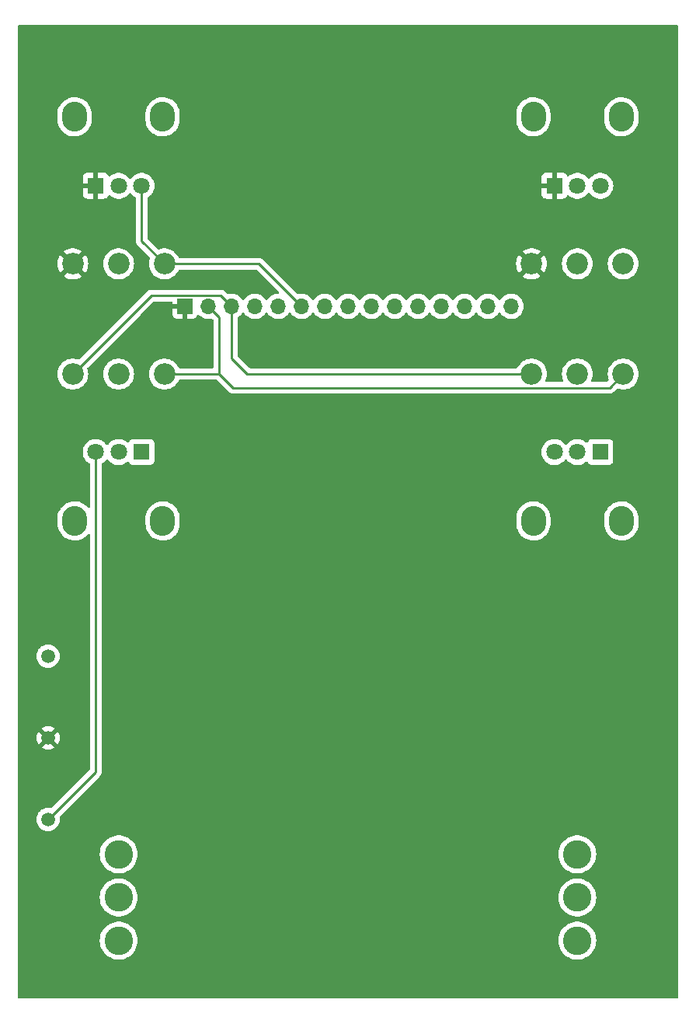
<source format=gbl>
G04 #@! TF.GenerationSoftware,KiCad,Pcbnew,7.0.0-rc2-unknown-90e759e738~164~ubuntu22.04.1*
G04 #@! TF.CreationDate,2023-02-04T08:16:59-05:00*
G04 #@! TF.ProjectId,dualvca_b2,6475616c-7663-4615-9f62-322e6b696361,rev?*
G04 #@! TF.SameCoordinates,Original*
G04 #@! TF.FileFunction,Copper,L2,Bot*
G04 #@! TF.FilePolarity,Positive*
%FSLAX46Y46*%
G04 Gerber Fmt 4.6, Leading zero omitted, Abs format (unit mm)*
G04 Created by KiCad (PCBNEW 7.0.0-rc2-unknown-90e759e738~164~ubuntu22.04.1) date 2023-02-04 08:16:59*
%MOMM*%
%LPD*%
G01*
G04 APERTURE LIST*
G04 #@! TA.AperFunction,ComponentPad*
%ADD10O,2.720000X3.240000*%
G04 #@! TD*
G04 #@! TA.AperFunction,ComponentPad*
%ADD11R,1.800000X1.800000*%
G04 #@! TD*
G04 #@! TA.AperFunction,ComponentPad*
%ADD12C,1.800000*%
G04 #@! TD*
G04 #@! TA.AperFunction,ComponentPad*
%ADD13C,2.340000*%
G04 #@! TD*
G04 #@! TA.AperFunction,ComponentPad*
%ADD14C,1.500000*%
G04 #@! TD*
G04 #@! TA.AperFunction,ComponentPad*
%ADD15C,3.100000*%
G04 #@! TD*
G04 #@! TA.AperFunction,ComponentPad*
%ADD16R,1.700000X1.700000*%
G04 #@! TD*
G04 #@! TA.AperFunction,ComponentPad*
%ADD17O,1.700000X1.700000*%
G04 #@! TD*
G04 #@! TA.AperFunction,Conductor*
%ADD18C,0.250000*%
G04 #@! TD*
G04 APERTURE END LIST*
D10*
G04 #@! TO.P,RV101,*
G04 #@! TO.N,*
X120199999Y-56999999D03*
X129799999Y-56999999D03*
D11*
G04 #@! TO.P,RV101,1,1*
G04 #@! TO.N,Board_0-GND1*
X122499999Y-64499999D03*
D12*
G04 #@! TO.P,RV101,2,2*
G04 #@! TO.N,Board_0-/Pots and switches PCB/CV1AA_P*
X125000000Y-64500000D03*
G04 #@! TO.P,RV101,3,3*
G04 #@! TO.N,Board_0-/Pots and switches PCB/CV1A_P*
X127500000Y-64500000D03*
G04 #@! TD*
D13*
G04 #@! TO.P,RV105,1,1*
G04 #@! TO.N,Board_0-GND1*
X170000000Y-73000000D03*
G04 #@! TO.P,RV105,2,2*
G04 #@! TO.N,Board_0-/Pots and switches PCB/CV1AB_P*
X175000000Y-73000000D03*
G04 #@! TO.P,RV105,3,3*
G04 #@! TO.N,Board_0-/Pots and switches PCB/CV1B_P*
X180000000Y-73000000D03*
G04 #@! TD*
D14*
G04 #@! TO.P,TP106,1,1*
G04 #@! TO.N,Board_0-GND1*
X117310000Y-124620000D03*
G04 #@! TD*
D13*
G04 #@! TO.P,RV104,1,1*
G04 #@! TO.N,Board_0--12V_1*
X130000000Y-85000000D03*
G04 #@! TO.P,RV104,2,2*
G04 #@! TO.N,Board_0-/Pots and switches PCB/CVOFFSA_P*
X125000000Y-85000000D03*
G04 #@! TO.P,RV104,3,3*
G04 #@! TO.N,Board_0-+12V_1*
X120000000Y-85000000D03*
G04 #@! TD*
D15*
G04 #@! TO.P,SW2,1,A*
G04 #@! TO.N,Board_0-/Pots and switches PCB/LOGB_P*
X175000000Y-146700000D03*
G04 #@! TO.P,SW2,2,B*
G04 #@! TO.N,Board_0-/Pots and switches PCB/LLSWB_P*
X175000000Y-142000000D03*
G04 #@! TO.P,SW2,3,C*
G04 #@! TO.N,Board_0-/Pots and switches PCB/LINB_P*
X175000000Y-137300000D03*
G04 #@! TD*
D13*
G04 #@! TO.P,RV106,1,1*
G04 #@! TO.N,Board_0--12V_1*
X180000000Y-85000000D03*
G04 #@! TO.P,RV106,2,2*
G04 #@! TO.N,Board_0-/Pots and switches PCB/CVOFFSB_P*
X175000000Y-85000000D03*
G04 #@! TO.P,RV106,3,3*
G04 #@! TO.N,Board_0-+12V_1*
X170000000Y-85000000D03*
G04 #@! TD*
G04 #@! TO.P,RV103,1,1*
G04 #@! TO.N,Board_0-GND1*
X120000000Y-73000000D03*
G04 #@! TO.P,RV103,2,2*
G04 #@! TO.N,Board_0-/Pots and switches PCB/CV1AA_P*
X125000000Y-73000000D03*
G04 #@! TO.P,RV103,3,3*
G04 #@! TO.N,Board_0-/Pots and switches PCB/CV1A_P*
X130000000Y-73000000D03*
G04 #@! TD*
D14*
G04 #@! TO.P,TP104,1,1*
G04 #@! TO.N,Board_0-+12V_1*
X117310000Y-133510000D03*
G04 #@! TD*
D10*
G04 #@! TO.P,RV32,*
G04 #@! TO.N,*
X179799999Y-100999999D03*
X170199999Y-100999999D03*
D11*
G04 #@! TO.P,RV32,1,1*
G04 #@! TO.N,Board_0--12V_1*
X177499999Y-93499999D03*
D12*
G04 #@! TO.P,RV32,2,2*
G04 #@! TO.N,Board_0-/Pots and switches PCB/CVOFFSB_P*
X175000000Y-93500000D03*
G04 #@! TO.P,RV32,3,3*
G04 #@! TO.N,Board_0-+12V_1*
X172500000Y-93500000D03*
G04 #@! TD*
D14*
G04 #@! TO.P,TP105,1,1*
G04 #@! TO.N,Board_0--12V_1*
X117310000Y-115730000D03*
G04 #@! TD*
D10*
G04 #@! TO.P,RV10,*
G04 #@! TO.N,*
X129799999Y-100999999D03*
X120199999Y-100999999D03*
D11*
G04 #@! TO.P,RV10,1,1*
G04 #@! TO.N,Board_0--12V_1*
X127499999Y-93499999D03*
D12*
G04 #@! TO.P,RV10,2,2*
G04 #@! TO.N,Board_0-/Pots and switches PCB/CVOFFSA_P*
X125000000Y-93500000D03*
G04 #@! TO.P,RV10,3,3*
G04 #@! TO.N,Board_0-+12V_1*
X122500000Y-93500000D03*
G04 #@! TD*
D10*
G04 #@! TO.P,RV102,*
G04 #@! TO.N,*
X170199999Y-56999999D03*
X179799999Y-56999999D03*
D11*
G04 #@! TO.P,RV102,1,1*
G04 #@! TO.N,Board_0-GND1*
X172499999Y-64499999D03*
D12*
G04 #@! TO.P,RV102,2,2*
G04 #@! TO.N,Board_0-/Pots and switches PCB/CV1AB_P*
X175000000Y-64500000D03*
G04 #@! TO.P,RV102,3,3*
G04 #@! TO.N,Board_0-/Pots and switches PCB/CV1B_P*
X177500000Y-64500000D03*
G04 #@! TD*
D15*
G04 #@! TO.P,SW1,1,A*
G04 #@! TO.N,Board_0-/Pots and switches PCB/LOGA_P*
X125000000Y-146700000D03*
G04 #@! TO.P,SW1,2,B*
G04 #@! TO.N,Board_0-/Pots and switches PCB/LLSWA_P*
X125000000Y-142000000D03*
G04 #@! TO.P,SW1,3,C*
G04 #@! TO.N,Board_0-/Pots and switches PCB/LINA_P*
X125000000Y-137300000D03*
G04 #@! TD*
D16*
G04 #@! TO.P,J102,1,Pin_1*
G04 #@! TO.N,Board_0-GND1*
X132224999Y-77629999D03*
D17*
G04 #@! TO.P,J102,2,Pin_2*
G04 #@! TO.N,Board_0--12V_1*
X134764999Y-77629999D03*
G04 #@! TO.P,J102,3,Pin_3*
G04 #@! TO.N,Board_0-+12V_1*
X137304999Y-77629999D03*
G04 #@! TO.P,J102,4,Pin_4*
G04 #@! TO.N,Board_0-/Pots and switches PCB/CVOFFSA_P*
X139844999Y-77629999D03*
G04 #@! TO.P,J102,5,Pin_5*
G04 #@! TO.N,Board_0-/Pots and switches PCB/CV1AA_P*
X142384999Y-77629999D03*
G04 #@! TO.P,J102,6,Pin_6*
G04 #@! TO.N,Board_0-/Pots and switches PCB/CV1A_P*
X144924999Y-77629999D03*
G04 #@! TO.P,J102,7,Pin_7*
G04 #@! TO.N,Board_0-/Pots and switches PCB/LOGA_P*
X147464999Y-77629999D03*
G04 #@! TO.P,J102,8,Pin_8*
G04 #@! TO.N,Board_0-/Pots and switches PCB/LLSWA_P*
X150004999Y-77629999D03*
G04 #@! TO.P,J102,9,Pin_9*
G04 #@! TO.N,Board_0-/Pots and switches PCB/LINA_P*
X152544999Y-77629999D03*
G04 #@! TO.P,J102,10,Pin_10*
G04 #@! TO.N,Board_0-/Pots and switches PCB/LINB_P*
X155084999Y-77629999D03*
G04 #@! TO.P,J102,11,Pin_11*
G04 #@! TO.N,Board_0-/Pots and switches PCB/LLSWB_P*
X157624999Y-77629999D03*
G04 #@! TO.P,J102,12,Pin_12*
G04 #@! TO.N,Board_0-/Pots and switches PCB/LOGB_P*
X160164999Y-77629999D03*
G04 #@! TO.P,J102,13,Pin_13*
G04 #@! TO.N,Board_0-/Pots and switches PCB/CV1B_P*
X162704999Y-77629999D03*
G04 #@! TO.P,J102,14,Pin_14*
G04 #@! TO.N,Board_0-/Pots and switches PCB/CV1AB_P*
X165244999Y-77629999D03*
G04 #@! TO.P,J102,15,Pin_15*
G04 #@! TO.N,Board_0-/Pots and switches PCB/CVOFFSB_P*
X167784999Y-77629999D03*
G04 #@! TD*
D18*
G04 #@! TO.N,Board_0-+12V_1*
X137305000Y-83274000D02*
X139031000Y-85000000D01*
X128545000Y-76455000D02*
X136130000Y-76455000D01*
X137305000Y-77630000D02*
X137305000Y-83274000D01*
X122500000Y-93500000D02*
X122500000Y-128320000D01*
X139031000Y-85000000D02*
X170000000Y-85000000D01*
X136130000Y-76455000D02*
X137305000Y-77630000D01*
X120000000Y-85000000D02*
X128545000Y-76455000D01*
X122500000Y-128320000D02*
X117310000Y-133510000D01*
G04 #@! TO.N,Board_0--12V_1*
X130000000Y-85000000D02*
X136000000Y-85000000D01*
X135979000Y-78844000D02*
X135979000Y-84979000D01*
X178505489Y-86494511D02*
X180000000Y-85000000D01*
X134765000Y-77630000D02*
X135979000Y-78844000D01*
X137494511Y-86494511D02*
X178505489Y-86494511D01*
X135979000Y-84979000D02*
X137494511Y-86494511D01*
G04 #@! TO.N,Board_0-/Pots and switches PCB/CV1A_P*
X127500000Y-70500000D02*
X130000000Y-73000000D01*
X130000000Y-73000000D02*
X140295000Y-73000000D01*
X140295000Y-73000000D02*
X144925000Y-77630000D01*
X127500000Y-64500000D02*
X127500000Y-70500000D01*
G04 #@! TD*
G04 #@! TA.AperFunction,Conductor*
G04 #@! TO.N,Board_0-GND1*
G36*
X185936500Y-47017381D02*
G01*
X185982619Y-47063500D01*
X185999500Y-47126500D01*
X185999500Y-152873500D01*
X185982619Y-152936500D01*
X185936500Y-152982619D01*
X185873500Y-152999500D01*
X114126500Y-152999500D01*
X114063500Y-152982619D01*
X114017381Y-152936500D01*
X114000500Y-152873500D01*
X114000500Y-146700000D01*
X122936690Y-146700000D01*
X122955908Y-146980954D01*
X123013203Y-147256674D01*
X123014639Y-147260716D01*
X123014641Y-147260721D01*
X123106069Y-147517975D01*
X123106072Y-147517982D01*
X123107509Y-147522025D01*
X123109483Y-147525835D01*
X123109485Y-147525839D01*
X123235085Y-147768237D01*
X123235088Y-147768242D01*
X123237068Y-147772063D01*
X123239553Y-147775583D01*
X123239554Y-147775585D01*
X123396983Y-147998612D01*
X123396988Y-147998618D01*
X123399467Y-148002130D01*
X123591681Y-148207941D01*
X123810130Y-148385662D01*
X124050743Y-148531982D01*
X124309040Y-148644176D01*
X124580207Y-148720154D01*
X124859195Y-148758500D01*
X125136500Y-148758500D01*
X125140805Y-148758500D01*
X125419793Y-148720154D01*
X125690960Y-148644176D01*
X125949257Y-148531982D01*
X126189870Y-148385662D01*
X126408319Y-148207941D01*
X126600533Y-148002130D01*
X126762932Y-147772063D01*
X126892491Y-147522025D01*
X126986797Y-147256674D01*
X127044092Y-146980954D01*
X127063310Y-146700000D01*
X172936690Y-146700000D01*
X172955908Y-146980954D01*
X173013203Y-147256674D01*
X173014639Y-147260716D01*
X173014641Y-147260721D01*
X173106069Y-147517975D01*
X173106072Y-147517982D01*
X173107509Y-147522025D01*
X173109483Y-147525835D01*
X173109485Y-147525839D01*
X173235085Y-147768237D01*
X173235088Y-147768242D01*
X173237068Y-147772063D01*
X173239553Y-147775583D01*
X173239554Y-147775585D01*
X173396983Y-147998612D01*
X173396988Y-147998618D01*
X173399467Y-148002130D01*
X173591681Y-148207941D01*
X173810130Y-148385662D01*
X174050743Y-148531982D01*
X174309040Y-148644176D01*
X174580207Y-148720154D01*
X174859195Y-148758500D01*
X175136500Y-148758500D01*
X175140805Y-148758500D01*
X175419793Y-148720154D01*
X175690960Y-148644176D01*
X175949257Y-148531982D01*
X176189870Y-148385662D01*
X176408319Y-148207941D01*
X176600533Y-148002130D01*
X176762932Y-147772063D01*
X176892491Y-147522025D01*
X176986797Y-147256674D01*
X177044092Y-146980954D01*
X177063310Y-146700000D01*
X177044092Y-146419046D01*
X176986797Y-146143326D01*
X176892491Y-145877975D01*
X176762932Y-145627937D01*
X176600533Y-145397870D01*
X176408319Y-145192059D01*
X176189870Y-145014338D01*
X175949257Y-144868018D01*
X175945317Y-144866306D01*
X175945312Y-144866304D01*
X175694907Y-144757538D01*
X175694901Y-144757536D01*
X175690960Y-144755824D01*
X175686824Y-144754665D01*
X175686818Y-144754663D01*
X175423934Y-144681006D01*
X175423930Y-144681005D01*
X175419793Y-144679846D01*
X175415530Y-144679260D01*
X175415525Y-144679259D01*
X175145073Y-144642086D01*
X175145063Y-144642085D01*
X175140805Y-144641500D01*
X174859195Y-144641500D01*
X174854937Y-144642085D01*
X174854926Y-144642086D01*
X174584474Y-144679259D01*
X174584466Y-144679260D01*
X174580207Y-144679846D01*
X174576072Y-144681004D01*
X174576065Y-144681006D01*
X174313181Y-144754663D01*
X174313171Y-144754666D01*
X174309040Y-144755824D01*
X174305102Y-144757534D01*
X174305092Y-144757538D01*
X174054687Y-144866304D01*
X174054676Y-144866309D01*
X174050743Y-144868018D01*
X174047076Y-144870247D01*
X174047070Y-144870251D01*
X173813803Y-145012104D01*
X173813798Y-145012106D01*
X173810130Y-145014338D01*
X173806803Y-145017044D01*
X173806794Y-145017051D01*
X173595017Y-145189344D01*
X173595008Y-145189351D01*
X173591681Y-145192059D01*
X173588749Y-145195197D01*
X173588744Y-145195203D01*
X173402406Y-145394722D01*
X173402399Y-145394730D01*
X173399467Y-145397870D01*
X173396993Y-145401373D01*
X173396983Y-145401387D01*
X173239554Y-145624414D01*
X173239548Y-145624422D01*
X173237068Y-145627937D01*
X173235092Y-145631750D01*
X173235085Y-145631762D01*
X173109485Y-145874160D01*
X173109481Y-145874169D01*
X173107509Y-145877975D01*
X173106074Y-145882011D01*
X173106069Y-145882024D01*
X173014641Y-146139278D01*
X173014638Y-146139286D01*
X173013203Y-146143326D01*
X172955908Y-146419046D01*
X172936690Y-146700000D01*
X127063310Y-146700000D01*
X127044092Y-146419046D01*
X126986797Y-146143326D01*
X126892491Y-145877975D01*
X126762932Y-145627937D01*
X126600533Y-145397870D01*
X126408319Y-145192059D01*
X126189870Y-145014338D01*
X125949257Y-144868018D01*
X125945317Y-144866306D01*
X125945312Y-144866304D01*
X125694907Y-144757538D01*
X125694901Y-144757536D01*
X125690960Y-144755824D01*
X125686824Y-144754665D01*
X125686818Y-144754663D01*
X125423934Y-144681006D01*
X125423930Y-144681005D01*
X125419793Y-144679846D01*
X125415530Y-144679260D01*
X125415525Y-144679259D01*
X125145073Y-144642086D01*
X125145063Y-144642085D01*
X125140805Y-144641500D01*
X124859195Y-144641500D01*
X124854937Y-144642085D01*
X124854926Y-144642086D01*
X124584474Y-144679259D01*
X124584466Y-144679260D01*
X124580207Y-144679846D01*
X124576072Y-144681004D01*
X124576065Y-144681006D01*
X124313181Y-144754663D01*
X124313171Y-144754666D01*
X124309040Y-144755824D01*
X124305102Y-144757534D01*
X124305092Y-144757538D01*
X124054687Y-144866304D01*
X124054676Y-144866309D01*
X124050743Y-144868018D01*
X124047076Y-144870247D01*
X124047070Y-144870251D01*
X123813803Y-145012104D01*
X123813798Y-145012106D01*
X123810130Y-145014338D01*
X123806803Y-145017044D01*
X123806794Y-145017051D01*
X123595017Y-145189344D01*
X123595008Y-145189351D01*
X123591681Y-145192059D01*
X123588749Y-145195197D01*
X123588744Y-145195203D01*
X123402406Y-145394722D01*
X123402399Y-145394730D01*
X123399467Y-145397870D01*
X123396993Y-145401373D01*
X123396983Y-145401387D01*
X123239554Y-145624414D01*
X123239548Y-145624422D01*
X123237068Y-145627937D01*
X123235092Y-145631750D01*
X123235085Y-145631762D01*
X123109485Y-145874160D01*
X123109481Y-145874169D01*
X123107509Y-145877975D01*
X123106074Y-145882011D01*
X123106069Y-145882024D01*
X123014641Y-146139278D01*
X123014638Y-146139286D01*
X123013203Y-146143326D01*
X122955908Y-146419046D01*
X122936690Y-146700000D01*
X114000500Y-146700000D01*
X114000500Y-142000000D01*
X122936690Y-142000000D01*
X122955908Y-142280954D01*
X123013203Y-142556674D01*
X123014639Y-142560716D01*
X123014641Y-142560721D01*
X123106069Y-142817975D01*
X123106072Y-142817982D01*
X123107509Y-142822025D01*
X123109483Y-142825835D01*
X123109485Y-142825839D01*
X123235085Y-143068237D01*
X123235088Y-143068242D01*
X123237068Y-143072063D01*
X123239553Y-143075583D01*
X123239554Y-143075585D01*
X123396983Y-143298612D01*
X123396988Y-143298618D01*
X123399467Y-143302130D01*
X123591681Y-143507941D01*
X123810130Y-143685662D01*
X124050743Y-143831982D01*
X124309040Y-143944176D01*
X124580207Y-144020154D01*
X124859195Y-144058500D01*
X125136500Y-144058500D01*
X125140805Y-144058500D01*
X125419793Y-144020154D01*
X125690960Y-143944176D01*
X125949257Y-143831982D01*
X126189870Y-143685662D01*
X126408319Y-143507941D01*
X126600533Y-143302130D01*
X126762932Y-143072063D01*
X126892491Y-142822025D01*
X126986797Y-142556674D01*
X127044092Y-142280954D01*
X127063310Y-142000000D01*
X172936690Y-142000000D01*
X172955908Y-142280954D01*
X173013203Y-142556674D01*
X173014639Y-142560716D01*
X173014641Y-142560721D01*
X173106069Y-142817975D01*
X173106072Y-142817982D01*
X173107509Y-142822025D01*
X173109483Y-142825835D01*
X173109485Y-142825839D01*
X173235085Y-143068237D01*
X173235088Y-143068242D01*
X173237068Y-143072063D01*
X173239553Y-143075583D01*
X173239554Y-143075585D01*
X173396983Y-143298612D01*
X173396988Y-143298618D01*
X173399467Y-143302130D01*
X173591681Y-143507941D01*
X173810130Y-143685662D01*
X174050743Y-143831982D01*
X174309040Y-143944176D01*
X174580207Y-144020154D01*
X174859195Y-144058500D01*
X175136500Y-144058500D01*
X175140805Y-144058500D01*
X175419793Y-144020154D01*
X175690960Y-143944176D01*
X175949257Y-143831982D01*
X176189870Y-143685662D01*
X176408319Y-143507941D01*
X176600533Y-143302130D01*
X176762932Y-143072063D01*
X176892491Y-142822025D01*
X176986797Y-142556674D01*
X177044092Y-142280954D01*
X177063310Y-142000000D01*
X177044092Y-141719046D01*
X176986797Y-141443326D01*
X176892491Y-141177975D01*
X176762932Y-140927937D01*
X176600533Y-140697870D01*
X176408319Y-140492059D01*
X176189870Y-140314338D01*
X175949257Y-140168018D01*
X175945317Y-140166306D01*
X175945312Y-140166304D01*
X175694907Y-140057538D01*
X175694901Y-140057536D01*
X175690960Y-140055824D01*
X175686824Y-140054665D01*
X175686818Y-140054663D01*
X175423934Y-139981006D01*
X175423930Y-139981005D01*
X175419793Y-139979846D01*
X175415530Y-139979260D01*
X175415525Y-139979259D01*
X175145073Y-139942086D01*
X175145063Y-139942085D01*
X175140805Y-139941500D01*
X174859195Y-139941500D01*
X174854937Y-139942085D01*
X174854926Y-139942086D01*
X174584474Y-139979259D01*
X174584466Y-139979260D01*
X174580207Y-139979846D01*
X174576072Y-139981004D01*
X174576065Y-139981006D01*
X174313181Y-140054663D01*
X174313171Y-140054666D01*
X174309040Y-140055824D01*
X174305102Y-140057534D01*
X174305092Y-140057538D01*
X174054687Y-140166304D01*
X174054676Y-140166309D01*
X174050743Y-140168018D01*
X174047076Y-140170247D01*
X174047070Y-140170251D01*
X173813803Y-140312104D01*
X173813798Y-140312106D01*
X173810130Y-140314338D01*
X173806803Y-140317044D01*
X173806794Y-140317051D01*
X173595017Y-140489344D01*
X173595008Y-140489351D01*
X173591681Y-140492059D01*
X173588749Y-140495197D01*
X173588744Y-140495203D01*
X173402406Y-140694722D01*
X173402399Y-140694730D01*
X173399467Y-140697870D01*
X173396993Y-140701373D01*
X173396983Y-140701387D01*
X173239554Y-140924414D01*
X173239548Y-140924422D01*
X173237068Y-140927937D01*
X173235092Y-140931750D01*
X173235085Y-140931762D01*
X173109485Y-141174160D01*
X173109481Y-141174169D01*
X173107509Y-141177975D01*
X173106074Y-141182011D01*
X173106069Y-141182024D01*
X173014641Y-141439278D01*
X173014638Y-141439286D01*
X173013203Y-141443326D01*
X172955908Y-141719046D01*
X172936690Y-142000000D01*
X127063310Y-142000000D01*
X127044092Y-141719046D01*
X126986797Y-141443326D01*
X126892491Y-141177975D01*
X126762932Y-140927937D01*
X126600533Y-140697870D01*
X126408319Y-140492059D01*
X126189870Y-140314338D01*
X125949257Y-140168018D01*
X125945317Y-140166306D01*
X125945312Y-140166304D01*
X125694907Y-140057538D01*
X125694901Y-140057536D01*
X125690960Y-140055824D01*
X125686824Y-140054665D01*
X125686818Y-140054663D01*
X125423934Y-139981006D01*
X125423930Y-139981005D01*
X125419793Y-139979846D01*
X125415530Y-139979260D01*
X125415525Y-139979259D01*
X125145073Y-139942086D01*
X125145063Y-139942085D01*
X125140805Y-139941500D01*
X124859195Y-139941500D01*
X124854937Y-139942085D01*
X124854926Y-139942086D01*
X124584474Y-139979259D01*
X124584466Y-139979260D01*
X124580207Y-139979846D01*
X124576072Y-139981004D01*
X124576065Y-139981006D01*
X124313181Y-140054663D01*
X124313171Y-140054666D01*
X124309040Y-140055824D01*
X124305102Y-140057534D01*
X124305092Y-140057538D01*
X124054687Y-140166304D01*
X124054676Y-140166309D01*
X124050743Y-140168018D01*
X124047076Y-140170247D01*
X124047070Y-140170251D01*
X123813803Y-140312104D01*
X123813798Y-140312106D01*
X123810130Y-140314338D01*
X123806803Y-140317044D01*
X123806794Y-140317051D01*
X123595017Y-140489344D01*
X123595008Y-140489351D01*
X123591681Y-140492059D01*
X123588749Y-140495197D01*
X123588744Y-140495203D01*
X123402406Y-140694722D01*
X123402399Y-140694730D01*
X123399467Y-140697870D01*
X123396993Y-140701373D01*
X123396983Y-140701387D01*
X123239554Y-140924414D01*
X123239548Y-140924422D01*
X123237068Y-140927937D01*
X123235092Y-140931750D01*
X123235085Y-140931762D01*
X123109485Y-141174160D01*
X123109481Y-141174169D01*
X123107509Y-141177975D01*
X123106074Y-141182011D01*
X123106069Y-141182024D01*
X123014641Y-141439278D01*
X123014638Y-141439286D01*
X123013203Y-141443326D01*
X122955908Y-141719046D01*
X122936690Y-142000000D01*
X114000500Y-142000000D01*
X114000500Y-137300000D01*
X122936690Y-137300000D01*
X122955908Y-137580954D01*
X123013203Y-137856674D01*
X123014639Y-137860716D01*
X123014641Y-137860721D01*
X123106069Y-138117975D01*
X123106072Y-138117982D01*
X123107509Y-138122025D01*
X123109483Y-138125835D01*
X123109485Y-138125839D01*
X123235085Y-138368237D01*
X123235088Y-138368242D01*
X123237068Y-138372063D01*
X123239553Y-138375583D01*
X123239554Y-138375585D01*
X123396983Y-138598612D01*
X123396988Y-138598618D01*
X123399467Y-138602130D01*
X123591681Y-138807941D01*
X123810130Y-138985662D01*
X124050743Y-139131982D01*
X124309040Y-139244176D01*
X124580207Y-139320154D01*
X124859195Y-139358500D01*
X125136500Y-139358500D01*
X125140805Y-139358500D01*
X125419793Y-139320154D01*
X125690960Y-139244176D01*
X125949257Y-139131982D01*
X126189870Y-138985662D01*
X126408319Y-138807941D01*
X126600533Y-138602130D01*
X126762932Y-138372063D01*
X126892491Y-138122025D01*
X126986797Y-137856674D01*
X127044092Y-137580954D01*
X127063310Y-137300000D01*
X172936690Y-137300000D01*
X172955908Y-137580954D01*
X173013203Y-137856674D01*
X173014639Y-137860716D01*
X173014641Y-137860721D01*
X173106069Y-138117975D01*
X173106072Y-138117982D01*
X173107509Y-138122025D01*
X173109483Y-138125835D01*
X173109485Y-138125839D01*
X173235085Y-138368237D01*
X173235088Y-138368242D01*
X173237068Y-138372063D01*
X173239553Y-138375583D01*
X173239554Y-138375585D01*
X173396983Y-138598612D01*
X173396988Y-138598618D01*
X173399467Y-138602130D01*
X173591681Y-138807941D01*
X173810130Y-138985662D01*
X174050743Y-139131982D01*
X174309040Y-139244176D01*
X174580207Y-139320154D01*
X174859195Y-139358500D01*
X175136500Y-139358500D01*
X175140805Y-139358500D01*
X175419793Y-139320154D01*
X175690960Y-139244176D01*
X175949257Y-139131982D01*
X176189870Y-138985662D01*
X176408319Y-138807941D01*
X176600533Y-138602130D01*
X176762932Y-138372063D01*
X176892491Y-138122025D01*
X176986797Y-137856674D01*
X177044092Y-137580954D01*
X177063310Y-137300000D01*
X177044092Y-137019046D01*
X176986797Y-136743326D01*
X176892491Y-136477975D01*
X176762932Y-136227937D01*
X176600533Y-135997870D01*
X176408319Y-135792059D01*
X176189870Y-135614338D01*
X175949257Y-135468018D01*
X175945317Y-135466306D01*
X175945312Y-135466304D01*
X175694907Y-135357538D01*
X175694901Y-135357536D01*
X175690960Y-135355824D01*
X175686824Y-135354665D01*
X175686818Y-135354663D01*
X175423934Y-135281006D01*
X175423930Y-135281005D01*
X175419793Y-135279846D01*
X175415530Y-135279260D01*
X175415525Y-135279259D01*
X175145073Y-135242086D01*
X175145063Y-135242085D01*
X175140805Y-135241500D01*
X174859195Y-135241500D01*
X174854937Y-135242085D01*
X174854926Y-135242086D01*
X174584474Y-135279259D01*
X174584466Y-135279260D01*
X174580207Y-135279846D01*
X174576072Y-135281004D01*
X174576065Y-135281006D01*
X174313181Y-135354663D01*
X174313171Y-135354666D01*
X174309040Y-135355824D01*
X174305102Y-135357534D01*
X174305092Y-135357538D01*
X174054687Y-135466304D01*
X174054676Y-135466309D01*
X174050743Y-135468018D01*
X174047076Y-135470247D01*
X174047070Y-135470251D01*
X173813803Y-135612104D01*
X173813798Y-135612106D01*
X173810130Y-135614338D01*
X173806803Y-135617044D01*
X173806794Y-135617051D01*
X173595017Y-135789344D01*
X173595008Y-135789351D01*
X173591681Y-135792059D01*
X173588749Y-135795197D01*
X173588744Y-135795203D01*
X173402406Y-135994722D01*
X173402399Y-135994730D01*
X173399467Y-135997870D01*
X173396993Y-136001373D01*
X173396983Y-136001387D01*
X173239554Y-136224414D01*
X173239548Y-136224422D01*
X173237068Y-136227937D01*
X173235092Y-136231750D01*
X173235085Y-136231762D01*
X173109485Y-136474160D01*
X173109481Y-136474169D01*
X173107509Y-136477975D01*
X173106074Y-136482011D01*
X173106069Y-136482024D01*
X173014641Y-136739278D01*
X173014638Y-136739286D01*
X173013203Y-136743326D01*
X172955908Y-137019046D01*
X172936690Y-137300000D01*
X127063310Y-137300000D01*
X127044092Y-137019046D01*
X126986797Y-136743326D01*
X126892491Y-136477975D01*
X126762932Y-136227937D01*
X126600533Y-135997870D01*
X126408319Y-135792059D01*
X126189870Y-135614338D01*
X125949257Y-135468018D01*
X125945317Y-135466306D01*
X125945312Y-135466304D01*
X125694907Y-135357538D01*
X125694901Y-135357536D01*
X125690960Y-135355824D01*
X125686824Y-135354665D01*
X125686818Y-135354663D01*
X125423934Y-135281006D01*
X125423930Y-135281005D01*
X125419793Y-135279846D01*
X125415530Y-135279260D01*
X125415525Y-135279259D01*
X125145073Y-135242086D01*
X125145063Y-135242085D01*
X125140805Y-135241500D01*
X124859195Y-135241500D01*
X124854937Y-135242085D01*
X124854926Y-135242086D01*
X124584474Y-135279259D01*
X124584466Y-135279260D01*
X124580207Y-135279846D01*
X124576072Y-135281004D01*
X124576065Y-135281006D01*
X124313181Y-135354663D01*
X124313171Y-135354666D01*
X124309040Y-135355824D01*
X124305102Y-135357534D01*
X124305092Y-135357538D01*
X124054687Y-135466304D01*
X124054676Y-135466309D01*
X124050743Y-135468018D01*
X124047076Y-135470247D01*
X124047070Y-135470251D01*
X123813803Y-135612104D01*
X123813798Y-135612106D01*
X123810130Y-135614338D01*
X123806803Y-135617044D01*
X123806794Y-135617051D01*
X123595017Y-135789344D01*
X123595008Y-135789351D01*
X123591681Y-135792059D01*
X123588749Y-135795197D01*
X123588744Y-135795203D01*
X123402406Y-135994722D01*
X123402399Y-135994730D01*
X123399467Y-135997870D01*
X123396993Y-136001373D01*
X123396983Y-136001387D01*
X123239554Y-136224414D01*
X123239548Y-136224422D01*
X123237068Y-136227937D01*
X123235092Y-136231750D01*
X123235085Y-136231762D01*
X123109485Y-136474160D01*
X123109481Y-136474169D01*
X123107509Y-136477975D01*
X123106074Y-136482011D01*
X123106069Y-136482024D01*
X123014641Y-136739278D01*
X123014638Y-136739286D01*
X123013203Y-136743326D01*
X122955908Y-137019046D01*
X122936690Y-137300000D01*
X114000500Y-137300000D01*
X114000500Y-133510000D01*
X116046693Y-133510000D01*
X116047172Y-133515475D01*
X116065405Y-133723894D01*
X116065406Y-133723903D01*
X116065885Y-133729371D01*
X116067305Y-133734673D01*
X116067307Y-133734680D01*
X116121456Y-133936764D01*
X116121458Y-133936770D01*
X116122880Y-133942076D01*
X116125202Y-133947055D01*
X116125204Y-133947061D01*
X116213618Y-134136666D01*
X116215944Y-134141654D01*
X116219097Y-134146157D01*
X116219100Y-134146162D01*
X116292223Y-134250591D01*
X116342251Y-134322038D01*
X116497962Y-134477749D01*
X116678346Y-134604056D01*
X116877924Y-134697120D01*
X117090629Y-134754115D01*
X117310000Y-134773307D01*
X117529371Y-134754115D01*
X117742076Y-134697120D01*
X117941654Y-134604056D01*
X118122038Y-134477749D01*
X118277749Y-134322038D01*
X118404056Y-134141654D01*
X118497120Y-133942076D01*
X118554115Y-133729371D01*
X118573307Y-133510000D01*
X118554115Y-133290629D01*
X118545714Y-133259280D01*
X118545714Y-133194061D01*
X118578324Y-133137578D01*
X122892259Y-128823643D01*
X122900533Y-128816114D01*
X122907018Y-128812000D01*
X122953676Y-128762312D01*
X122956368Y-128759534D01*
X122976134Y-128739770D01*
X122978601Y-128736588D01*
X122986310Y-128727561D01*
X123016586Y-128695321D01*
X123026345Y-128677567D01*
X123037199Y-128661043D01*
X123049613Y-128645041D01*
X123067167Y-128604475D01*
X123072392Y-128593808D01*
X123089875Y-128562008D01*
X123089874Y-128562008D01*
X123093695Y-128555060D01*
X123098732Y-128535442D01*
X123105138Y-128516730D01*
X123113181Y-128498145D01*
X123120099Y-128454456D01*
X123122503Y-128442856D01*
X123133500Y-128400030D01*
X123133500Y-128379769D01*
X123135051Y-128360058D01*
X123136979Y-128347884D01*
X123138219Y-128340057D01*
X123134058Y-128296045D01*
X123133500Y-128284189D01*
X123133500Y-101328288D01*
X127931500Y-101328288D01*
X127931666Y-101330558D01*
X127931667Y-101330581D01*
X127946130Y-101528188D01*
X127946131Y-101528197D01*
X127946467Y-101532783D01*
X128005937Y-101799753D01*
X128103645Y-102055219D01*
X128105897Y-102059231D01*
X128105900Y-102059238D01*
X128235253Y-102289721D01*
X128235257Y-102289727D01*
X128237507Y-102293736D01*
X128404671Y-102510220D01*
X128601574Y-102700059D01*
X128605314Y-102702735D01*
X128605318Y-102702738D01*
X128776415Y-102825147D01*
X128824019Y-102859205D01*
X129067266Y-102984267D01*
X129326130Y-103072579D01*
X129595093Y-103122259D01*
X129868424Y-103132248D01*
X130140296Y-103102334D01*
X130404916Y-103033153D01*
X130656643Y-102926181D01*
X130890112Y-102783697D01*
X131100347Y-102608738D01*
X131282867Y-102405033D01*
X131433783Y-102176923D01*
X131549877Y-101929271D01*
X131628676Y-101667355D01*
X131668500Y-101396757D01*
X131668500Y-101328288D01*
X168331500Y-101328288D01*
X168331666Y-101330558D01*
X168331667Y-101330581D01*
X168346130Y-101528188D01*
X168346131Y-101528197D01*
X168346467Y-101532783D01*
X168405937Y-101799753D01*
X168503645Y-102055219D01*
X168505897Y-102059231D01*
X168505900Y-102059238D01*
X168635253Y-102289721D01*
X168635257Y-102289727D01*
X168637507Y-102293736D01*
X168804671Y-102510220D01*
X169001574Y-102700059D01*
X169005314Y-102702735D01*
X169005318Y-102702738D01*
X169176415Y-102825147D01*
X169224019Y-102859205D01*
X169467266Y-102984267D01*
X169726130Y-103072579D01*
X169995093Y-103122259D01*
X170268424Y-103132248D01*
X170540296Y-103102334D01*
X170804916Y-103033153D01*
X171056643Y-102926181D01*
X171290112Y-102783697D01*
X171500347Y-102608738D01*
X171682867Y-102405033D01*
X171833783Y-102176923D01*
X171949877Y-101929271D01*
X172028676Y-101667355D01*
X172068500Y-101396757D01*
X172068500Y-101328288D01*
X177931500Y-101328288D01*
X177931666Y-101330558D01*
X177931667Y-101330581D01*
X177946130Y-101528188D01*
X177946131Y-101528197D01*
X177946467Y-101532783D01*
X178005937Y-101799753D01*
X178103645Y-102055219D01*
X178105897Y-102059231D01*
X178105900Y-102059238D01*
X178235253Y-102289721D01*
X178235257Y-102289727D01*
X178237507Y-102293736D01*
X178404671Y-102510220D01*
X178601574Y-102700059D01*
X178605314Y-102702735D01*
X178605318Y-102702738D01*
X178776415Y-102825147D01*
X178824019Y-102859205D01*
X179067266Y-102984267D01*
X179326130Y-103072579D01*
X179595093Y-103122259D01*
X179868424Y-103132248D01*
X180140296Y-103102334D01*
X180404916Y-103033153D01*
X180656643Y-102926181D01*
X180890112Y-102783697D01*
X181100347Y-102608738D01*
X181282867Y-102405033D01*
X181433783Y-102176923D01*
X181549877Y-101929271D01*
X181628676Y-101667355D01*
X181668500Y-101396757D01*
X181668500Y-100671712D01*
X181653533Y-100467217D01*
X181594063Y-100200247D01*
X181496355Y-99944781D01*
X181362493Y-99706264D01*
X181195329Y-99489780D01*
X180998426Y-99299941D01*
X180994686Y-99297265D01*
X180994681Y-99297261D01*
X180779730Y-99143477D01*
X180779728Y-99143475D01*
X180775981Y-99140795D01*
X180771885Y-99138689D01*
X180536829Y-99017838D01*
X180536824Y-99017836D01*
X180532734Y-99015733D01*
X180273870Y-98927421D01*
X180257303Y-98924360D01*
X180009436Y-98878577D01*
X180009428Y-98878576D01*
X180004907Y-98877741D01*
X180000316Y-98877573D01*
X180000305Y-98877572D01*
X179736179Y-98867920D01*
X179736176Y-98867920D01*
X179731576Y-98867752D01*
X179727008Y-98868254D01*
X179726996Y-98868255D01*
X179464277Y-98897162D01*
X179464265Y-98897164D01*
X179459704Y-98897666D01*
X179455261Y-98898827D01*
X179455253Y-98898829D01*
X179199539Y-98965682D01*
X179199535Y-98965683D01*
X179195084Y-98966847D01*
X179190857Y-98968643D01*
X179190846Y-98968647D01*
X178947588Y-99072020D01*
X178947576Y-99072025D01*
X178943357Y-99073819D01*
X178939436Y-99076211D01*
X178939430Y-99076215D01*
X178713819Y-99213903D01*
X178713809Y-99213909D01*
X178709888Y-99216303D01*
X178706361Y-99219237D01*
X178706350Y-99219246D01*
X178503187Y-99388320D01*
X178503179Y-99388327D01*
X178499653Y-99391262D01*
X178496584Y-99394686D01*
X178496581Y-99394690D01*
X178320211Y-99591530D01*
X178320201Y-99591542D01*
X178317133Y-99594967D01*
X178314593Y-99598805D01*
X178314590Y-99598810D01*
X178240844Y-99710278D01*
X178166217Y-99823077D01*
X178164268Y-99827234D01*
X178164261Y-99827247D01*
X178052077Y-100066560D01*
X178050123Y-100070729D01*
X178048801Y-100075122D01*
X178048796Y-100075136D01*
X177972651Y-100328232D01*
X177972649Y-100328240D01*
X177971324Y-100332645D01*
X177970653Y-100337201D01*
X177970652Y-100337208D01*
X177932171Y-100598681D01*
X177931500Y-100603243D01*
X177931500Y-101328288D01*
X172068500Y-101328288D01*
X172068500Y-100671712D01*
X172053533Y-100467217D01*
X171994063Y-100200247D01*
X171896355Y-99944781D01*
X171762493Y-99706264D01*
X171595329Y-99489780D01*
X171398426Y-99299941D01*
X171394686Y-99297265D01*
X171394681Y-99297261D01*
X171179730Y-99143477D01*
X171179728Y-99143475D01*
X171175981Y-99140795D01*
X171171885Y-99138689D01*
X170936829Y-99017838D01*
X170936824Y-99017836D01*
X170932734Y-99015733D01*
X170673870Y-98927421D01*
X170657303Y-98924360D01*
X170409436Y-98878577D01*
X170409428Y-98878576D01*
X170404907Y-98877741D01*
X170400316Y-98877573D01*
X170400305Y-98877572D01*
X170136179Y-98867920D01*
X170136176Y-98867920D01*
X170131576Y-98867752D01*
X170127008Y-98868254D01*
X170126996Y-98868255D01*
X169864277Y-98897162D01*
X169864265Y-98897164D01*
X169859704Y-98897666D01*
X169855261Y-98898827D01*
X169855253Y-98898829D01*
X169599539Y-98965682D01*
X169599535Y-98965683D01*
X169595084Y-98966847D01*
X169590857Y-98968643D01*
X169590846Y-98968647D01*
X169347588Y-99072020D01*
X169347576Y-99072025D01*
X169343357Y-99073819D01*
X169339436Y-99076211D01*
X169339430Y-99076215D01*
X169113819Y-99213903D01*
X169113809Y-99213909D01*
X169109888Y-99216303D01*
X169106361Y-99219237D01*
X169106350Y-99219246D01*
X168903187Y-99388320D01*
X168903179Y-99388327D01*
X168899653Y-99391262D01*
X168896584Y-99394686D01*
X168896581Y-99394690D01*
X168720211Y-99591530D01*
X168720201Y-99591542D01*
X168717133Y-99594967D01*
X168714593Y-99598805D01*
X168714590Y-99598810D01*
X168640844Y-99710278D01*
X168566217Y-99823077D01*
X168564268Y-99827234D01*
X168564261Y-99827247D01*
X168452077Y-100066560D01*
X168450123Y-100070729D01*
X168448801Y-100075122D01*
X168448796Y-100075136D01*
X168372651Y-100328232D01*
X168372649Y-100328240D01*
X168371324Y-100332645D01*
X168370653Y-100337201D01*
X168370652Y-100337208D01*
X168332171Y-100598681D01*
X168331500Y-100603243D01*
X168331500Y-101328288D01*
X131668500Y-101328288D01*
X131668500Y-100671712D01*
X131653533Y-100467217D01*
X131594063Y-100200247D01*
X131496355Y-99944781D01*
X131362493Y-99706264D01*
X131195329Y-99489780D01*
X130998426Y-99299941D01*
X130994686Y-99297265D01*
X130994681Y-99297261D01*
X130779730Y-99143477D01*
X130779728Y-99143475D01*
X130775981Y-99140795D01*
X130771885Y-99138689D01*
X130536829Y-99017838D01*
X130536824Y-99017836D01*
X130532734Y-99015733D01*
X130273870Y-98927421D01*
X130257303Y-98924360D01*
X130009436Y-98878577D01*
X130009428Y-98878576D01*
X130004907Y-98877741D01*
X130000316Y-98877573D01*
X130000305Y-98877572D01*
X129736179Y-98867920D01*
X129736176Y-98867920D01*
X129731576Y-98867752D01*
X129727008Y-98868254D01*
X129726996Y-98868255D01*
X129464277Y-98897162D01*
X129464265Y-98897164D01*
X129459704Y-98897666D01*
X129455261Y-98898827D01*
X129455253Y-98898829D01*
X129199539Y-98965682D01*
X129199535Y-98965683D01*
X129195084Y-98966847D01*
X129190857Y-98968643D01*
X129190846Y-98968647D01*
X128947588Y-99072020D01*
X128947576Y-99072025D01*
X128943357Y-99073819D01*
X128939436Y-99076211D01*
X128939430Y-99076215D01*
X128713819Y-99213903D01*
X128713809Y-99213909D01*
X128709888Y-99216303D01*
X128706361Y-99219237D01*
X128706350Y-99219246D01*
X128503187Y-99388320D01*
X128503179Y-99388327D01*
X128499653Y-99391262D01*
X128496584Y-99394686D01*
X128496581Y-99394690D01*
X128320211Y-99591530D01*
X128320201Y-99591542D01*
X128317133Y-99594967D01*
X128314593Y-99598805D01*
X128314590Y-99598810D01*
X128240844Y-99710278D01*
X128166217Y-99823077D01*
X128164268Y-99827234D01*
X128164261Y-99827247D01*
X128052077Y-100066560D01*
X128050123Y-100070729D01*
X128048801Y-100075122D01*
X128048796Y-100075136D01*
X127972651Y-100328232D01*
X127972649Y-100328240D01*
X127971324Y-100332645D01*
X127970653Y-100337201D01*
X127970652Y-100337208D01*
X127932171Y-100598681D01*
X127931500Y-100603243D01*
X127931500Y-101328288D01*
X123133500Y-101328288D01*
X123133500Y-94833773D01*
X123151259Y-94769276D01*
X123199530Y-94722960D01*
X123268431Y-94685672D01*
X123268436Y-94685669D01*
X123273017Y-94683190D01*
X123457220Y-94539818D01*
X123615314Y-94368083D01*
X123644517Y-94323383D01*
X123690030Y-94281485D01*
X123750000Y-94266299D01*
X123809970Y-94281485D01*
X123855482Y-94323383D01*
X123884686Y-94368083D01*
X123888214Y-94371915D01*
X124039247Y-94535981D01*
X124039252Y-94535985D01*
X124042780Y-94539818D01*
X124226983Y-94683190D01*
X124432273Y-94794287D01*
X124653049Y-94870080D01*
X124883288Y-94908500D01*
X125111501Y-94908500D01*
X125116712Y-94908500D01*
X125346951Y-94870080D01*
X125567727Y-94794287D01*
X125773017Y-94683190D01*
X125939729Y-94553431D01*
X125992999Y-94529195D01*
X126051477Y-94531641D01*
X126102540Y-94560244D01*
X126135172Y-94608833D01*
X126145961Y-94637761D01*
X126145963Y-94637766D01*
X126149111Y-94646204D01*
X126154508Y-94653414D01*
X126154510Y-94653417D01*
X126174401Y-94679988D01*
X126236739Y-94763261D01*
X126243950Y-94768659D01*
X126330931Y-94833773D01*
X126353796Y-94850889D01*
X126490799Y-94901989D01*
X126551362Y-94908500D01*
X128445269Y-94908500D01*
X128448638Y-94908500D01*
X128509201Y-94901989D01*
X128646204Y-94850889D01*
X128763261Y-94763261D01*
X128850889Y-94646204D01*
X128901989Y-94509201D01*
X128908500Y-94448638D01*
X128908500Y-93500000D01*
X171086673Y-93500000D01*
X171105949Y-93732626D01*
X171163251Y-93958907D01*
X171257016Y-94172669D01*
X171384686Y-94368083D01*
X171388214Y-94371915D01*
X171539247Y-94535981D01*
X171539252Y-94535985D01*
X171542780Y-94539818D01*
X171726983Y-94683190D01*
X171932273Y-94794287D01*
X172153049Y-94870080D01*
X172383288Y-94908500D01*
X172611501Y-94908500D01*
X172616712Y-94908500D01*
X172846951Y-94870080D01*
X173067727Y-94794287D01*
X173273017Y-94683190D01*
X173457220Y-94539818D01*
X173615314Y-94368083D01*
X173644517Y-94323383D01*
X173690030Y-94281485D01*
X173750000Y-94266299D01*
X173809970Y-94281485D01*
X173855482Y-94323383D01*
X173884686Y-94368083D01*
X173888214Y-94371915D01*
X174039247Y-94535981D01*
X174039252Y-94535985D01*
X174042780Y-94539818D01*
X174226983Y-94683190D01*
X174432273Y-94794287D01*
X174653049Y-94870080D01*
X174883288Y-94908500D01*
X175111501Y-94908500D01*
X175116712Y-94908500D01*
X175346951Y-94870080D01*
X175567727Y-94794287D01*
X175773017Y-94683190D01*
X175939729Y-94553431D01*
X175992999Y-94529195D01*
X176051477Y-94531641D01*
X176102540Y-94560244D01*
X176135172Y-94608833D01*
X176145961Y-94637761D01*
X176145963Y-94637766D01*
X176149111Y-94646204D01*
X176154508Y-94653414D01*
X176154510Y-94653417D01*
X176174401Y-94679988D01*
X176236739Y-94763261D01*
X176243950Y-94768659D01*
X176330931Y-94833773D01*
X176353796Y-94850889D01*
X176490799Y-94901989D01*
X176551362Y-94908500D01*
X178445269Y-94908500D01*
X178448638Y-94908500D01*
X178509201Y-94901989D01*
X178646204Y-94850889D01*
X178763261Y-94763261D01*
X178850889Y-94646204D01*
X178901989Y-94509201D01*
X178908500Y-94448638D01*
X178908500Y-92551362D01*
X178901989Y-92490799D01*
X178850889Y-92353796D01*
X178763261Y-92236739D01*
X178756049Y-92231340D01*
X178653417Y-92154510D01*
X178653414Y-92154508D01*
X178646204Y-92149111D01*
X178637766Y-92145964D01*
X178637763Y-92145962D01*
X178516580Y-92100763D01*
X178516578Y-92100762D01*
X178509201Y-92098011D01*
X178501373Y-92097169D01*
X178501367Y-92097168D01*
X178451988Y-92091860D01*
X178451985Y-92091859D01*
X178448638Y-92091500D01*
X176551362Y-92091500D01*
X176548015Y-92091859D01*
X176548011Y-92091860D01*
X176498632Y-92097168D01*
X176498625Y-92097169D01*
X176490799Y-92098011D01*
X176483423Y-92100761D01*
X176483419Y-92100763D01*
X176362236Y-92145962D01*
X176362230Y-92145965D01*
X176353796Y-92149111D01*
X176346588Y-92154506D01*
X176346582Y-92154510D01*
X176243950Y-92231340D01*
X176243946Y-92231343D01*
X176236739Y-92236739D01*
X176231343Y-92243946D01*
X176231340Y-92243950D01*
X176154510Y-92346582D01*
X176154506Y-92346588D01*
X176149111Y-92353796D01*
X176145964Y-92362231D01*
X176145959Y-92362242D01*
X176135171Y-92391167D01*
X176102540Y-92439756D01*
X176051476Y-92468358D01*
X175992999Y-92470804D01*
X175939725Y-92446565D01*
X175777130Y-92320011D01*
X175777127Y-92320009D01*
X175773017Y-92316810D01*
X175768438Y-92314332D01*
X175768435Y-92314330D01*
X175572312Y-92208194D01*
X175572309Y-92208192D01*
X175567727Y-92205713D01*
X175562799Y-92204021D01*
X175562794Y-92204019D01*
X175351881Y-92131612D01*
X175351875Y-92131610D01*
X175346951Y-92129920D01*
X175341814Y-92129062D01*
X175341811Y-92129062D01*
X175121849Y-92092357D01*
X175121846Y-92092356D01*
X175116712Y-92091500D01*
X174883288Y-92091500D01*
X174878154Y-92092356D01*
X174878150Y-92092357D01*
X174658188Y-92129062D01*
X174658182Y-92129063D01*
X174653049Y-92129920D01*
X174648127Y-92131609D01*
X174648118Y-92131612D01*
X174437205Y-92204019D01*
X174437196Y-92204022D01*
X174432273Y-92205713D01*
X174427694Y-92208190D01*
X174427687Y-92208194D01*
X174231564Y-92314330D01*
X174231556Y-92314335D01*
X174226983Y-92316810D01*
X174222877Y-92320005D01*
X174222869Y-92320011D01*
X174046898Y-92456976D01*
X174046892Y-92456981D01*
X174042780Y-92460182D01*
X174039258Y-92464007D01*
X174039247Y-92464018D01*
X173888214Y-92628084D01*
X173888211Y-92628087D01*
X173884686Y-92631917D01*
X173881842Y-92636268D01*
X173881838Y-92636275D01*
X173855483Y-92676616D01*
X173809969Y-92718514D01*
X173750000Y-92733700D01*
X173690031Y-92718514D01*
X173644517Y-92676616D01*
X173618161Y-92636275D01*
X173615314Y-92631917D01*
X173492616Y-92498632D01*
X173460752Y-92464018D01*
X173460747Y-92464013D01*
X173457220Y-92460182D01*
X173331380Y-92362236D01*
X173277130Y-92320011D01*
X173277127Y-92320009D01*
X173273017Y-92316810D01*
X173268438Y-92314332D01*
X173268435Y-92314330D01*
X173072312Y-92208194D01*
X173072309Y-92208192D01*
X173067727Y-92205713D01*
X173062799Y-92204021D01*
X173062794Y-92204019D01*
X172851881Y-92131612D01*
X172851875Y-92131610D01*
X172846951Y-92129920D01*
X172841814Y-92129062D01*
X172841811Y-92129062D01*
X172621849Y-92092357D01*
X172621846Y-92092356D01*
X172616712Y-92091500D01*
X172383288Y-92091500D01*
X172378154Y-92092356D01*
X172378150Y-92092357D01*
X172158188Y-92129062D01*
X172158182Y-92129063D01*
X172153049Y-92129920D01*
X172148127Y-92131609D01*
X172148118Y-92131612D01*
X171937205Y-92204019D01*
X171937196Y-92204022D01*
X171932273Y-92205713D01*
X171927694Y-92208190D01*
X171927687Y-92208194D01*
X171731564Y-92314330D01*
X171731556Y-92314335D01*
X171726983Y-92316810D01*
X171722877Y-92320005D01*
X171722869Y-92320011D01*
X171546898Y-92456976D01*
X171546892Y-92456981D01*
X171542780Y-92460182D01*
X171539258Y-92464007D01*
X171539247Y-92464018D01*
X171388214Y-92628084D01*
X171388211Y-92628087D01*
X171384686Y-92631917D01*
X171381838Y-92636275D01*
X171381835Y-92636280D01*
X171318188Y-92733700D01*
X171257016Y-92827331D01*
X171254923Y-92832101D01*
X171254921Y-92832106D01*
X171165344Y-93036320D01*
X171165341Y-93036326D01*
X171163251Y-93041093D01*
X171161973Y-93046137D01*
X171161971Y-93046145D01*
X171107230Y-93262315D01*
X171105949Y-93267374D01*
X171105519Y-93272562D01*
X171105518Y-93272569D01*
X171087961Y-93484446D01*
X171086673Y-93500000D01*
X128908500Y-93500000D01*
X128908500Y-92551362D01*
X128901989Y-92490799D01*
X128850889Y-92353796D01*
X128763261Y-92236739D01*
X128756049Y-92231340D01*
X128653417Y-92154510D01*
X128653414Y-92154508D01*
X128646204Y-92149111D01*
X128637766Y-92145964D01*
X128637763Y-92145962D01*
X128516580Y-92100763D01*
X128516578Y-92100762D01*
X128509201Y-92098011D01*
X128501373Y-92097169D01*
X128501367Y-92097168D01*
X128451988Y-92091860D01*
X128451985Y-92091859D01*
X128448638Y-92091500D01*
X126551362Y-92091500D01*
X126548015Y-92091859D01*
X126548011Y-92091860D01*
X126498632Y-92097168D01*
X126498625Y-92097169D01*
X126490799Y-92098011D01*
X126483423Y-92100761D01*
X126483419Y-92100763D01*
X126362236Y-92145962D01*
X126362230Y-92145965D01*
X126353796Y-92149111D01*
X126346588Y-92154506D01*
X126346582Y-92154510D01*
X126243950Y-92231340D01*
X126243946Y-92231343D01*
X126236739Y-92236739D01*
X126231343Y-92243946D01*
X126231340Y-92243950D01*
X126154510Y-92346582D01*
X126154506Y-92346588D01*
X126149111Y-92353796D01*
X126145964Y-92362231D01*
X126145959Y-92362242D01*
X126135171Y-92391167D01*
X126102540Y-92439756D01*
X126051476Y-92468358D01*
X125992999Y-92470804D01*
X125939725Y-92446565D01*
X125777130Y-92320011D01*
X125777127Y-92320009D01*
X125773017Y-92316810D01*
X125768438Y-92314332D01*
X125768435Y-92314330D01*
X125572312Y-92208194D01*
X125572309Y-92208192D01*
X125567727Y-92205713D01*
X125562799Y-92204021D01*
X125562794Y-92204019D01*
X125351881Y-92131612D01*
X125351875Y-92131610D01*
X125346951Y-92129920D01*
X125341814Y-92129062D01*
X125341811Y-92129062D01*
X125121849Y-92092357D01*
X125121846Y-92092356D01*
X125116712Y-92091500D01*
X124883288Y-92091500D01*
X124878154Y-92092356D01*
X124878150Y-92092357D01*
X124658188Y-92129062D01*
X124658182Y-92129063D01*
X124653049Y-92129920D01*
X124648127Y-92131609D01*
X124648118Y-92131612D01*
X124437205Y-92204019D01*
X124437196Y-92204022D01*
X124432273Y-92205713D01*
X124427694Y-92208190D01*
X124427687Y-92208194D01*
X124231564Y-92314330D01*
X124231556Y-92314335D01*
X124226983Y-92316810D01*
X124222877Y-92320005D01*
X124222869Y-92320011D01*
X124046898Y-92456976D01*
X124046892Y-92456981D01*
X124042780Y-92460182D01*
X124039258Y-92464007D01*
X124039247Y-92464018D01*
X123888214Y-92628084D01*
X123888211Y-92628087D01*
X123884686Y-92631917D01*
X123881842Y-92636268D01*
X123881838Y-92636275D01*
X123855483Y-92676616D01*
X123809969Y-92718514D01*
X123750000Y-92733700D01*
X123690031Y-92718514D01*
X123644517Y-92676616D01*
X123618161Y-92636275D01*
X123615314Y-92631917D01*
X123492616Y-92498632D01*
X123460752Y-92464018D01*
X123460747Y-92464013D01*
X123457220Y-92460182D01*
X123331380Y-92362236D01*
X123277130Y-92320011D01*
X123277127Y-92320009D01*
X123273017Y-92316810D01*
X123268438Y-92314332D01*
X123268435Y-92314330D01*
X123072312Y-92208194D01*
X123072309Y-92208192D01*
X123067727Y-92205713D01*
X123062799Y-92204021D01*
X123062794Y-92204019D01*
X122851881Y-92131612D01*
X122851875Y-92131610D01*
X122846951Y-92129920D01*
X122841814Y-92129062D01*
X122841811Y-92129062D01*
X122621849Y-92092357D01*
X122621846Y-92092356D01*
X122616712Y-92091500D01*
X122383288Y-92091500D01*
X122378154Y-92092356D01*
X122378150Y-92092357D01*
X122158188Y-92129062D01*
X122158182Y-92129063D01*
X122153049Y-92129920D01*
X122148127Y-92131609D01*
X122148118Y-92131612D01*
X121937205Y-92204019D01*
X121937196Y-92204022D01*
X121932273Y-92205713D01*
X121927694Y-92208190D01*
X121927687Y-92208194D01*
X121731564Y-92314330D01*
X121731556Y-92314335D01*
X121726983Y-92316810D01*
X121722877Y-92320005D01*
X121722869Y-92320011D01*
X121546898Y-92456976D01*
X121546892Y-92456981D01*
X121542780Y-92460182D01*
X121539258Y-92464007D01*
X121539247Y-92464018D01*
X121388214Y-92628084D01*
X121388211Y-92628087D01*
X121384686Y-92631917D01*
X121381838Y-92636275D01*
X121381835Y-92636280D01*
X121318188Y-92733700D01*
X121257016Y-92827331D01*
X121254923Y-92832101D01*
X121254921Y-92832106D01*
X121165344Y-93036320D01*
X121165341Y-93036326D01*
X121163251Y-93041093D01*
X121161973Y-93046137D01*
X121161971Y-93046145D01*
X121107230Y-93262315D01*
X121105949Y-93267374D01*
X121105519Y-93272562D01*
X121105518Y-93272569D01*
X121087961Y-93484446D01*
X121086673Y-93500000D01*
X121105949Y-93732626D01*
X121163251Y-93958907D01*
X121257016Y-94172669D01*
X121384686Y-94368083D01*
X121388214Y-94371915D01*
X121539247Y-94535981D01*
X121539252Y-94535985D01*
X121542780Y-94539818D01*
X121726983Y-94683190D01*
X121731561Y-94685667D01*
X121731568Y-94685672D01*
X121800470Y-94722960D01*
X121848741Y-94769276D01*
X121866500Y-94833773D01*
X121866500Y-99471622D01*
X121851268Y-99531676D01*
X121809253Y-99577211D01*
X121750616Y-99597215D01*
X121689532Y-99586853D01*
X121640772Y-99548630D01*
X121598144Y-99493426D01*
X121595329Y-99489780D01*
X121398426Y-99299941D01*
X121394686Y-99297265D01*
X121394681Y-99297261D01*
X121179730Y-99143477D01*
X121179728Y-99143475D01*
X121175981Y-99140795D01*
X121171885Y-99138689D01*
X120936829Y-99017838D01*
X120936824Y-99017836D01*
X120932734Y-99015733D01*
X120673870Y-98927421D01*
X120657303Y-98924360D01*
X120409436Y-98878577D01*
X120409428Y-98878576D01*
X120404907Y-98877741D01*
X120400316Y-98877573D01*
X120400305Y-98877572D01*
X120136179Y-98867920D01*
X120136176Y-98867920D01*
X120131576Y-98867752D01*
X120127008Y-98868254D01*
X120126996Y-98868255D01*
X119864277Y-98897162D01*
X119864265Y-98897164D01*
X119859704Y-98897666D01*
X119855261Y-98898827D01*
X119855253Y-98898829D01*
X119599539Y-98965682D01*
X119599535Y-98965683D01*
X119595084Y-98966847D01*
X119590857Y-98968643D01*
X119590846Y-98968647D01*
X119347588Y-99072020D01*
X119347576Y-99072025D01*
X119343357Y-99073819D01*
X119339436Y-99076211D01*
X119339430Y-99076215D01*
X119113819Y-99213903D01*
X119113809Y-99213909D01*
X119109888Y-99216303D01*
X119106361Y-99219237D01*
X119106350Y-99219246D01*
X118903187Y-99388320D01*
X118903179Y-99388327D01*
X118899653Y-99391262D01*
X118896584Y-99394686D01*
X118896581Y-99394690D01*
X118720211Y-99591530D01*
X118720201Y-99591542D01*
X118717133Y-99594967D01*
X118714593Y-99598805D01*
X118714590Y-99598810D01*
X118640844Y-99710278D01*
X118566217Y-99823077D01*
X118564268Y-99827234D01*
X118564261Y-99827247D01*
X118452077Y-100066560D01*
X118450123Y-100070729D01*
X118448801Y-100075122D01*
X118448796Y-100075136D01*
X118372651Y-100328232D01*
X118372649Y-100328240D01*
X118371324Y-100332645D01*
X118370653Y-100337201D01*
X118370652Y-100337208D01*
X118332171Y-100598681D01*
X118331500Y-100603243D01*
X118331500Y-101328288D01*
X118331666Y-101330558D01*
X118331667Y-101330581D01*
X118346130Y-101528188D01*
X118346131Y-101528197D01*
X118346467Y-101532783D01*
X118405937Y-101799753D01*
X118503645Y-102055219D01*
X118505897Y-102059231D01*
X118505900Y-102059238D01*
X118635253Y-102289721D01*
X118635257Y-102289727D01*
X118637507Y-102293736D01*
X118804671Y-102510220D01*
X119001574Y-102700059D01*
X119005314Y-102702735D01*
X119005318Y-102702738D01*
X119176415Y-102825147D01*
X119224019Y-102859205D01*
X119467266Y-102984267D01*
X119726130Y-103072579D01*
X119995093Y-103122259D01*
X120268424Y-103132248D01*
X120540296Y-103102334D01*
X120804916Y-103033153D01*
X121056643Y-102926181D01*
X121290112Y-102783697D01*
X121500347Y-102608738D01*
X121646658Y-102445444D01*
X121696350Y-102411514D01*
X121756109Y-102404497D01*
X121812309Y-102425991D01*
X121852133Y-102471096D01*
X121866500Y-102529526D01*
X121866500Y-128005405D01*
X121856909Y-128053623D01*
X121829595Y-128094500D01*
X117682422Y-132241671D01*
X117625939Y-132274282D01*
X117560718Y-132274283D01*
X117534690Y-132267309D01*
X117534676Y-132267306D01*
X117529371Y-132265885D01*
X117523903Y-132265406D01*
X117523894Y-132265405D01*
X117315475Y-132247172D01*
X117310000Y-132246693D01*
X117304525Y-132247172D01*
X117096105Y-132265405D01*
X117096094Y-132265406D01*
X117090629Y-132265885D01*
X117085328Y-132267305D01*
X117085319Y-132267307D01*
X116883235Y-132321456D01*
X116883225Y-132321459D01*
X116877924Y-132322880D01*
X116872947Y-132325200D01*
X116872938Y-132325204D01*
X116683334Y-132413618D01*
X116683329Y-132413620D01*
X116678347Y-132415944D01*
X116673848Y-132419094D01*
X116673838Y-132419100D01*
X116502473Y-132539092D01*
X116502470Y-132539094D01*
X116497962Y-132542251D01*
X116494070Y-132546142D01*
X116494064Y-132546148D01*
X116346148Y-132694064D01*
X116346142Y-132694070D01*
X116342251Y-132697962D01*
X116339094Y-132702470D01*
X116339092Y-132702473D01*
X116219100Y-132873838D01*
X116219094Y-132873848D01*
X116215944Y-132878347D01*
X116213620Y-132883329D01*
X116213618Y-132883334D01*
X116125204Y-133072938D01*
X116125200Y-133072947D01*
X116122880Y-133077924D01*
X116121459Y-133083225D01*
X116121456Y-133083235D01*
X116067307Y-133285319D01*
X116067305Y-133285328D01*
X116065885Y-133290629D01*
X116065406Y-133296094D01*
X116065405Y-133296105D01*
X116047394Y-133501976D01*
X116046693Y-133510000D01*
X114000500Y-133510000D01*
X114000500Y-125670870D01*
X116621762Y-125670870D01*
X116629314Y-125679112D01*
X116674085Y-125710461D01*
X116683586Y-125715947D01*
X116873112Y-125804325D01*
X116883404Y-125808071D01*
X117085401Y-125862195D01*
X117096196Y-125864099D01*
X117304525Y-125882326D01*
X117315475Y-125882326D01*
X117523803Y-125864099D01*
X117534598Y-125862195D01*
X117736595Y-125808071D01*
X117746887Y-125804325D01*
X117936413Y-125715947D01*
X117945914Y-125710461D01*
X117990683Y-125679112D01*
X117998236Y-125670870D01*
X117992229Y-125661440D01*
X117321730Y-124990940D01*
X117309999Y-124984167D01*
X117298270Y-124990939D01*
X116627772Y-125661437D01*
X116621762Y-125670870D01*
X114000500Y-125670870D01*
X114000500Y-124625475D01*
X116047674Y-124625475D01*
X116065900Y-124833803D01*
X116067804Y-124844598D01*
X116121928Y-125046595D01*
X116125674Y-125056887D01*
X116214053Y-125246415D01*
X116219535Y-125255911D01*
X116250886Y-125300684D01*
X116259128Y-125308236D01*
X116268558Y-125302229D01*
X116939058Y-124631730D01*
X116945831Y-124619999D01*
X117674167Y-124619999D01*
X117680939Y-124631728D01*
X118351437Y-125302226D01*
X118360870Y-125308236D01*
X118369112Y-125300683D01*
X118400461Y-125255914D01*
X118405947Y-125246413D01*
X118494325Y-125056887D01*
X118498071Y-125046595D01*
X118552195Y-124844598D01*
X118554099Y-124833803D01*
X118572326Y-124625475D01*
X118572326Y-124614525D01*
X118554099Y-124406196D01*
X118552195Y-124395401D01*
X118498071Y-124193404D01*
X118494325Y-124183112D01*
X118405946Y-123993585D01*
X118400464Y-123984089D01*
X118369112Y-123939314D01*
X118360870Y-123931762D01*
X118351440Y-123937769D01*
X117680940Y-124608268D01*
X117674167Y-124619999D01*
X116945831Y-124619999D01*
X116939059Y-124608270D01*
X116268560Y-123937771D01*
X116259128Y-123931762D01*
X116250887Y-123939313D01*
X116219533Y-123984092D01*
X116214054Y-123993583D01*
X116125674Y-124183112D01*
X116121928Y-124193404D01*
X116067804Y-124395401D01*
X116065900Y-124406196D01*
X116047674Y-124614525D01*
X116047674Y-124625475D01*
X114000500Y-124625475D01*
X114000500Y-123569128D01*
X116621762Y-123569128D01*
X116627771Y-123578560D01*
X117298270Y-124249059D01*
X117309999Y-124255831D01*
X117321730Y-124249058D01*
X117992229Y-123578558D01*
X117998236Y-123569128D01*
X117990684Y-123560886D01*
X117945911Y-123529535D01*
X117936415Y-123524053D01*
X117746887Y-123435674D01*
X117736595Y-123431928D01*
X117534598Y-123377804D01*
X117523803Y-123375900D01*
X117315475Y-123357674D01*
X117304525Y-123357674D01*
X117096196Y-123375900D01*
X117085401Y-123377804D01*
X116883404Y-123431928D01*
X116873112Y-123435674D01*
X116683583Y-123524054D01*
X116674092Y-123529533D01*
X116629313Y-123560887D01*
X116621762Y-123569128D01*
X114000500Y-123569128D01*
X114000500Y-115730000D01*
X116046693Y-115730000D01*
X116047172Y-115735475D01*
X116065405Y-115943894D01*
X116065406Y-115943903D01*
X116065885Y-115949371D01*
X116067305Y-115954673D01*
X116067307Y-115954680D01*
X116121456Y-116156764D01*
X116121458Y-116156770D01*
X116122880Y-116162076D01*
X116125202Y-116167055D01*
X116125204Y-116167061D01*
X116213618Y-116356666D01*
X116215944Y-116361654D01*
X116219097Y-116366157D01*
X116219100Y-116366162D01*
X116292223Y-116470591D01*
X116342251Y-116542038D01*
X116497962Y-116697749D01*
X116678346Y-116824056D01*
X116877924Y-116917120D01*
X117090629Y-116974115D01*
X117310000Y-116993307D01*
X117529371Y-116974115D01*
X117742076Y-116917120D01*
X117941654Y-116824056D01*
X118122038Y-116697749D01*
X118277749Y-116542038D01*
X118404056Y-116361654D01*
X118497120Y-116162076D01*
X118554115Y-115949371D01*
X118573307Y-115730000D01*
X118554115Y-115510629D01*
X118497120Y-115297924D01*
X118404056Y-115098347D01*
X118277749Y-114917962D01*
X118122038Y-114762251D01*
X118050591Y-114712223D01*
X117946162Y-114639100D01*
X117946157Y-114639097D01*
X117941654Y-114635944D01*
X117936666Y-114633618D01*
X117747061Y-114545204D01*
X117747055Y-114545202D01*
X117742076Y-114542880D01*
X117736770Y-114541458D01*
X117736764Y-114541456D01*
X117534680Y-114487307D01*
X117534673Y-114487305D01*
X117529371Y-114485885D01*
X117523903Y-114485406D01*
X117523894Y-114485405D01*
X117315475Y-114467172D01*
X117310000Y-114466693D01*
X117304525Y-114467172D01*
X117096105Y-114485405D01*
X117096094Y-114485406D01*
X117090629Y-114485885D01*
X117085328Y-114487305D01*
X117085319Y-114487307D01*
X116883235Y-114541456D01*
X116883225Y-114541459D01*
X116877924Y-114542880D01*
X116872947Y-114545200D01*
X116872938Y-114545204D01*
X116683334Y-114633618D01*
X116683329Y-114633620D01*
X116678347Y-114635944D01*
X116673848Y-114639094D01*
X116673838Y-114639100D01*
X116502473Y-114759092D01*
X116502470Y-114759094D01*
X116497962Y-114762251D01*
X116494070Y-114766142D01*
X116494064Y-114766148D01*
X116346148Y-114914064D01*
X116346142Y-114914070D01*
X116342251Y-114917962D01*
X116339094Y-114922470D01*
X116339092Y-114922473D01*
X116219100Y-115093838D01*
X116219094Y-115093848D01*
X116215944Y-115098347D01*
X116213620Y-115103329D01*
X116213618Y-115103334D01*
X116125204Y-115292938D01*
X116125200Y-115292947D01*
X116122880Y-115297924D01*
X116121459Y-115303225D01*
X116121456Y-115303235D01*
X116067307Y-115505319D01*
X116067305Y-115505328D01*
X116065885Y-115510629D01*
X116065406Y-115516094D01*
X116065405Y-115516105D01*
X116047394Y-115721976D01*
X116046693Y-115730000D01*
X114000500Y-115730000D01*
X114000500Y-85000000D01*
X118316793Y-85000000D01*
X118335593Y-85250869D01*
X118336642Y-85255468D01*
X118336643Y-85255470D01*
X118390523Y-85491534D01*
X118391573Y-85496134D01*
X118393296Y-85500525D01*
X118393297Y-85500527D01*
X118432808Y-85601199D01*
X118483483Y-85730316D01*
X118485838Y-85734396D01*
X118485842Y-85734403D01*
X118606913Y-85944104D01*
X118609269Y-85948184D01*
X118766122Y-86144872D01*
X118769582Y-86148082D01*
X118947082Y-86312778D01*
X118947087Y-86312782D01*
X118950538Y-86315984D01*
X119158397Y-86457700D01*
X119162642Y-86459744D01*
X119162645Y-86459746D01*
X119264662Y-86508874D01*
X119385055Y-86566853D01*
X119625451Y-86641005D01*
X119874214Y-86678500D01*
X120121070Y-86678500D01*
X120125786Y-86678500D01*
X120374549Y-86641005D01*
X120614945Y-86566853D01*
X120841604Y-86457700D01*
X121049462Y-86315984D01*
X121233878Y-86144872D01*
X121390731Y-85948184D01*
X121516517Y-85730316D01*
X121608427Y-85496134D01*
X121664407Y-85250869D01*
X121683207Y-85000000D01*
X123316793Y-85000000D01*
X123335593Y-85250869D01*
X123336642Y-85255468D01*
X123336643Y-85255470D01*
X123390523Y-85491534D01*
X123391573Y-85496134D01*
X123393296Y-85500525D01*
X123393297Y-85500527D01*
X123432808Y-85601199D01*
X123483483Y-85730316D01*
X123485838Y-85734396D01*
X123485842Y-85734403D01*
X123606913Y-85944104D01*
X123609269Y-85948184D01*
X123766122Y-86144872D01*
X123769582Y-86148082D01*
X123947082Y-86312778D01*
X123947087Y-86312782D01*
X123950538Y-86315984D01*
X124158397Y-86457700D01*
X124162642Y-86459744D01*
X124162645Y-86459746D01*
X124264662Y-86508874D01*
X124385055Y-86566853D01*
X124625451Y-86641005D01*
X124874214Y-86678500D01*
X125121070Y-86678500D01*
X125125786Y-86678500D01*
X125374549Y-86641005D01*
X125614945Y-86566853D01*
X125841604Y-86457700D01*
X126049462Y-86315984D01*
X126233878Y-86144872D01*
X126390731Y-85948184D01*
X126516517Y-85730316D01*
X126608427Y-85496134D01*
X126664407Y-85250869D01*
X126683207Y-85000000D01*
X126664407Y-84749131D01*
X126608427Y-84503866D01*
X126516517Y-84269684D01*
X126390731Y-84051816D01*
X126233878Y-83855128D01*
X126049462Y-83684016D01*
X126045566Y-83681360D01*
X125858124Y-83553563D01*
X125841604Y-83542300D01*
X125837357Y-83540254D01*
X125837354Y-83540253D01*
X125619194Y-83435193D01*
X125619191Y-83435192D01*
X125614945Y-83433147D01*
X125610447Y-83431759D01*
X125610438Y-83431756D01*
X125379050Y-83360383D01*
X125379045Y-83360381D01*
X125374549Y-83358995D01*
X125369895Y-83358293D01*
X125369893Y-83358293D01*
X125130447Y-83322202D01*
X125130439Y-83322201D01*
X125125786Y-83321500D01*
X124874214Y-83321500D01*
X124869561Y-83322201D01*
X124869552Y-83322202D01*
X124630106Y-83358293D01*
X124630101Y-83358294D01*
X124625451Y-83358995D01*
X124620957Y-83360381D01*
X124620949Y-83360383D01*
X124389561Y-83431756D01*
X124389548Y-83431761D01*
X124385055Y-83433147D01*
X124380812Y-83435189D01*
X124380805Y-83435193D01*
X124162645Y-83540253D01*
X124162631Y-83540260D01*
X124158397Y-83542300D01*
X124154508Y-83544950D01*
X124154500Y-83544956D01*
X123954433Y-83681360D01*
X123954432Y-83681361D01*
X123950538Y-83684016D01*
X123947094Y-83687210D01*
X123947082Y-83687221D01*
X123769582Y-83851917D01*
X123769577Y-83851921D01*
X123766122Y-83855128D01*
X123763186Y-83858809D01*
X123763181Y-83858815D01*
X123612204Y-84048135D01*
X123609269Y-84051816D01*
X123606919Y-84055885D01*
X123606913Y-84055895D01*
X123485842Y-84265596D01*
X123485839Y-84265603D01*
X123483483Y-84269684D01*
X123481760Y-84274073D01*
X123481759Y-84274076D01*
X123393297Y-84499472D01*
X123393295Y-84499478D01*
X123391573Y-84503866D01*
X123390524Y-84508461D01*
X123390523Y-84508465D01*
X123343926Y-84712623D01*
X123335593Y-84749131D01*
X123316793Y-85000000D01*
X121683207Y-85000000D01*
X121664407Y-84749131D01*
X121608427Y-84503866D01*
X121577575Y-84425258D01*
X121568876Y-84377655D01*
X121578760Y-84330283D01*
X121605768Y-84290134D01*
X127370681Y-78525223D01*
X130867000Y-78525223D01*
X130867359Y-78531938D01*
X130872662Y-78581257D01*
X130876259Y-78596478D01*
X130921405Y-78717519D01*
X130929954Y-78733175D01*
X131006697Y-78835692D01*
X131019307Y-78848302D01*
X131121824Y-78925045D01*
X131137480Y-78933594D01*
X131258521Y-78978740D01*
X131273742Y-78982337D01*
X131323061Y-78987640D01*
X131329777Y-78988000D01*
X131954410Y-78988000D01*
X131967493Y-78984493D01*
X131971000Y-78971410D01*
X131971000Y-77900590D01*
X131967493Y-77887506D01*
X131954410Y-77884000D01*
X130883590Y-77884000D01*
X130870506Y-77887506D01*
X130867000Y-77900590D01*
X130867000Y-78525223D01*
X127370681Y-78525223D01*
X128770499Y-77125405D01*
X128811377Y-77098091D01*
X128859595Y-77088500D01*
X130741000Y-77088500D01*
X130804000Y-77105381D01*
X130850119Y-77151500D01*
X130867000Y-77214500D01*
X130867000Y-77359410D01*
X130870506Y-77372493D01*
X130883590Y-77376000D01*
X132353000Y-77376000D01*
X132416000Y-77392881D01*
X132462119Y-77439000D01*
X132479000Y-77502000D01*
X132479000Y-78971410D01*
X132482506Y-78984493D01*
X132495590Y-78988000D01*
X133120223Y-78988000D01*
X133126938Y-78987640D01*
X133176257Y-78982337D01*
X133191478Y-78978740D01*
X133312519Y-78933594D01*
X133328175Y-78925045D01*
X133430692Y-78848302D01*
X133443302Y-78835692D01*
X133520045Y-78733175D01*
X133528594Y-78717519D01*
X133569618Y-78607531D01*
X133606150Y-78555491D01*
X133663440Y-78527915D01*
X133726902Y-78531825D01*
X133780375Y-78566225D01*
X133841760Y-78632906D01*
X134019424Y-78771189D01*
X134217426Y-78878342D01*
X134222355Y-78880034D01*
X134222357Y-78880035D01*
X134292430Y-78904091D01*
X134430365Y-78951444D01*
X134652431Y-78988500D01*
X134872358Y-78988500D01*
X134877569Y-78988500D01*
X135099635Y-78951444D01*
X135102956Y-78950303D01*
X135166790Y-78950960D01*
X135222441Y-78983345D01*
X135308595Y-79069499D01*
X135335909Y-79110376D01*
X135345500Y-79158594D01*
X135345500Y-84240500D01*
X135328619Y-84303500D01*
X135282500Y-84349619D01*
X135219500Y-84366500D01*
X131640420Y-84366500D01*
X131591477Y-84356606D01*
X131550220Y-84328477D01*
X131523130Y-84286532D01*
X131518240Y-84274074D01*
X131518239Y-84274073D01*
X131516517Y-84269684D01*
X131390731Y-84051816D01*
X131233878Y-83855128D01*
X131049462Y-83684016D01*
X131045566Y-83681360D01*
X130858124Y-83553563D01*
X130841604Y-83542300D01*
X130837357Y-83540254D01*
X130837354Y-83540253D01*
X130619194Y-83435193D01*
X130619191Y-83435192D01*
X130614945Y-83433147D01*
X130610447Y-83431759D01*
X130610438Y-83431756D01*
X130379050Y-83360383D01*
X130379045Y-83360381D01*
X130374549Y-83358995D01*
X130369895Y-83358293D01*
X130369893Y-83358293D01*
X130130447Y-83322202D01*
X130130439Y-83322201D01*
X130125786Y-83321500D01*
X129874214Y-83321500D01*
X129869561Y-83322201D01*
X129869552Y-83322202D01*
X129630106Y-83358293D01*
X129630101Y-83358294D01*
X129625451Y-83358995D01*
X129620957Y-83360381D01*
X129620949Y-83360383D01*
X129389561Y-83431756D01*
X129389548Y-83431761D01*
X129385055Y-83433147D01*
X129380812Y-83435189D01*
X129380805Y-83435193D01*
X129162645Y-83540253D01*
X129162631Y-83540260D01*
X129158397Y-83542300D01*
X129154508Y-83544950D01*
X129154500Y-83544956D01*
X128954433Y-83681360D01*
X128954432Y-83681361D01*
X128950538Y-83684016D01*
X128947094Y-83687210D01*
X128947082Y-83687221D01*
X128769582Y-83851917D01*
X128769577Y-83851921D01*
X128766122Y-83855128D01*
X128763186Y-83858809D01*
X128763181Y-83858815D01*
X128612204Y-84048135D01*
X128609269Y-84051816D01*
X128606919Y-84055885D01*
X128606913Y-84055895D01*
X128485842Y-84265596D01*
X128485839Y-84265603D01*
X128483483Y-84269684D01*
X128481760Y-84274073D01*
X128481759Y-84274076D01*
X128393297Y-84499472D01*
X128393295Y-84499478D01*
X128391573Y-84503866D01*
X128390524Y-84508461D01*
X128390523Y-84508465D01*
X128343926Y-84712623D01*
X128335593Y-84749131D01*
X128316793Y-85000000D01*
X128335593Y-85250869D01*
X128336642Y-85255468D01*
X128336643Y-85255470D01*
X128390523Y-85491534D01*
X128391573Y-85496134D01*
X128393296Y-85500525D01*
X128393297Y-85500527D01*
X128432808Y-85601199D01*
X128483483Y-85730316D01*
X128485838Y-85734396D01*
X128485842Y-85734403D01*
X128606913Y-85944104D01*
X128609269Y-85948184D01*
X128766122Y-86144872D01*
X128769582Y-86148082D01*
X128947082Y-86312778D01*
X128947087Y-86312782D01*
X128950538Y-86315984D01*
X129158397Y-86457700D01*
X129162642Y-86459744D01*
X129162645Y-86459746D01*
X129264662Y-86508874D01*
X129385055Y-86566853D01*
X129625451Y-86641005D01*
X129874214Y-86678500D01*
X130121070Y-86678500D01*
X130125786Y-86678500D01*
X130374549Y-86641005D01*
X130614945Y-86566853D01*
X130841604Y-86457700D01*
X131049462Y-86315984D01*
X131233878Y-86144872D01*
X131390731Y-85948184D01*
X131516517Y-85730316D01*
X131520173Y-85720999D01*
X131523130Y-85713468D01*
X131550220Y-85671523D01*
X131591477Y-85643394D01*
X131640420Y-85633500D01*
X135685406Y-85633500D01*
X135733624Y-85643091D01*
X135774501Y-85670405D01*
X136990853Y-86886757D01*
X136998395Y-86895044D01*
X137002511Y-86901529D01*
X137008290Y-86906955D01*
X137008291Y-86906957D01*
X137052178Y-86948169D01*
X137055020Y-86950924D01*
X137074741Y-86970645D01*
X137077925Y-86973115D01*
X137086948Y-86980820D01*
X137119190Y-87011097D01*
X137126139Y-87014917D01*
X137136940Y-87020855D01*
X137153470Y-87031713D01*
X137163205Y-87039265D01*
X137163208Y-87039267D01*
X137169470Y-87044124D01*
X137210047Y-87061683D01*
X137220682Y-87066892D01*
X137259451Y-87088206D01*
X137279077Y-87093245D01*
X137297770Y-87099645D01*
X137316366Y-87107692D01*
X137324197Y-87108932D01*
X137324200Y-87108933D01*
X137340639Y-87111536D01*
X137360036Y-87114608D01*
X137371636Y-87117009D01*
X137414481Y-87128011D01*
X137434735Y-87128011D01*
X137454445Y-87129561D01*
X137474454Y-87132731D01*
X137518472Y-87128569D01*
X137530330Y-87128011D01*
X178426722Y-87128011D01*
X178437905Y-87128538D01*
X178445398Y-87130213D01*
X178513474Y-87128073D01*
X178517434Y-87128011D01*
X178541383Y-87128011D01*
X178545345Y-87128011D01*
X178549345Y-87127505D01*
X178561188Y-87126572D01*
X178605378Y-87125184D01*
X178624822Y-87119534D01*
X178644191Y-87115523D01*
X178664286Y-87112985D01*
X178705404Y-87096704D01*
X178716606Y-87092868D01*
X178759082Y-87080529D01*
X178776528Y-87070210D01*
X178794258Y-87061524D01*
X178813106Y-87054063D01*
X178848876Y-87028072D01*
X178858787Y-87021562D01*
X178896851Y-86999053D01*
X178911177Y-86984726D01*
X178926206Y-86971889D01*
X178942596Y-86959983D01*
X178970783Y-86925908D01*
X178978761Y-86917141D01*
X179288569Y-86607333D01*
X179347332Y-86574135D01*
X179414799Y-86576027D01*
X179625451Y-86641005D01*
X179874214Y-86678500D01*
X180121070Y-86678500D01*
X180125786Y-86678500D01*
X180374549Y-86641005D01*
X180614945Y-86566853D01*
X180841604Y-86457700D01*
X181049462Y-86315984D01*
X181233878Y-86144872D01*
X181390731Y-85948184D01*
X181516517Y-85730316D01*
X181608427Y-85496134D01*
X181664407Y-85250869D01*
X181683207Y-85000000D01*
X181664407Y-84749131D01*
X181608427Y-84503866D01*
X181516517Y-84269684D01*
X181390731Y-84051816D01*
X181233878Y-83855128D01*
X181049462Y-83684016D01*
X181045566Y-83681360D01*
X180858124Y-83553563D01*
X180841604Y-83542300D01*
X180837357Y-83540254D01*
X180837354Y-83540253D01*
X180619194Y-83435193D01*
X180619191Y-83435192D01*
X180614945Y-83433147D01*
X180610447Y-83431759D01*
X180610438Y-83431756D01*
X180379050Y-83360383D01*
X180379045Y-83360381D01*
X180374549Y-83358995D01*
X180369895Y-83358293D01*
X180369893Y-83358293D01*
X180130447Y-83322202D01*
X180130439Y-83322201D01*
X180125786Y-83321500D01*
X179874214Y-83321500D01*
X179869561Y-83322201D01*
X179869552Y-83322202D01*
X179630106Y-83358293D01*
X179630101Y-83358294D01*
X179625451Y-83358995D01*
X179620957Y-83360381D01*
X179620949Y-83360383D01*
X179389561Y-83431756D01*
X179389548Y-83431761D01*
X179385055Y-83433147D01*
X179380812Y-83435189D01*
X179380805Y-83435193D01*
X179162645Y-83540253D01*
X179162631Y-83540260D01*
X179158397Y-83542300D01*
X179154508Y-83544950D01*
X179154500Y-83544956D01*
X178954433Y-83681360D01*
X178954432Y-83681361D01*
X178950538Y-83684016D01*
X178947094Y-83687210D01*
X178947082Y-83687221D01*
X178769582Y-83851917D01*
X178769577Y-83851921D01*
X178766122Y-83855128D01*
X178763186Y-83858809D01*
X178763181Y-83858815D01*
X178612204Y-84048135D01*
X178609269Y-84051816D01*
X178606919Y-84055885D01*
X178606913Y-84055895D01*
X178485842Y-84265596D01*
X178485839Y-84265603D01*
X178483483Y-84269684D01*
X178481760Y-84274073D01*
X178481759Y-84274076D01*
X178393297Y-84499472D01*
X178393295Y-84499478D01*
X178391573Y-84503866D01*
X178390524Y-84508461D01*
X178390523Y-84508465D01*
X178343926Y-84712623D01*
X178335593Y-84749131D01*
X178316793Y-85000000D01*
X178335593Y-85250869D01*
X178336642Y-85255468D01*
X178336643Y-85255470D01*
X178390523Y-85491534D01*
X178391573Y-85496134D01*
X178393294Y-85500519D01*
X178393298Y-85500532D01*
X178422422Y-85574738D01*
X178431122Y-85622341D01*
X178421238Y-85669712D01*
X178394228Y-85709865D01*
X178279989Y-85824106D01*
X178239112Y-85851420D01*
X178190893Y-85861011D01*
X176650031Y-85861011D01*
X176591155Y-85846410D01*
X176545925Y-85805989D01*
X176524823Y-85749118D01*
X176532741Y-85688978D01*
X176540302Y-85669712D01*
X176608427Y-85496134D01*
X176664407Y-85250869D01*
X176683207Y-85000000D01*
X176664407Y-84749131D01*
X176608427Y-84503866D01*
X176516517Y-84269684D01*
X176390731Y-84051816D01*
X176233878Y-83855128D01*
X176049462Y-83684016D01*
X176045566Y-83681360D01*
X175858124Y-83553563D01*
X175841604Y-83542300D01*
X175837357Y-83540254D01*
X175837354Y-83540253D01*
X175619194Y-83435193D01*
X175619191Y-83435192D01*
X175614945Y-83433147D01*
X175610447Y-83431759D01*
X175610438Y-83431756D01*
X175379050Y-83360383D01*
X175379045Y-83360381D01*
X175374549Y-83358995D01*
X175369895Y-83358293D01*
X175369893Y-83358293D01*
X175130447Y-83322202D01*
X175130439Y-83322201D01*
X175125786Y-83321500D01*
X174874214Y-83321500D01*
X174869561Y-83322201D01*
X174869552Y-83322202D01*
X174630106Y-83358293D01*
X174630101Y-83358294D01*
X174625451Y-83358995D01*
X174620957Y-83360381D01*
X174620949Y-83360383D01*
X174389561Y-83431756D01*
X174389548Y-83431761D01*
X174385055Y-83433147D01*
X174380812Y-83435189D01*
X174380805Y-83435193D01*
X174162645Y-83540253D01*
X174162631Y-83540260D01*
X174158397Y-83542300D01*
X174154508Y-83544950D01*
X174154500Y-83544956D01*
X173954433Y-83681360D01*
X173954432Y-83681361D01*
X173950538Y-83684016D01*
X173947094Y-83687210D01*
X173947082Y-83687221D01*
X173769582Y-83851917D01*
X173769577Y-83851921D01*
X173766122Y-83855128D01*
X173763186Y-83858809D01*
X173763181Y-83858815D01*
X173612204Y-84048135D01*
X173609269Y-84051816D01*
X173606919Y-84055885D01*
X173606913Y-84055895D01*
X173485842Y-84265596D01*
X173485839Y-84265603D01*
X173483483Y-84269684D01*
X173481760Y-84274073D01*
X173481759Y-84274076D01*
X173393297Y-84499472D01*
X173393295Y-84499478D01*
X173391573Y-84503866D01*
X173390524Y-84508461D01*
X173390523Y-84508465D01*
X173343926Y-84712623D01*
X173335593Y-84749131D01*
X173316793Y-85000000D01*
X173335593Y-85250869D01*
X173336642Y-85255468D01*
X173336643Y-85255470D01*
X173390523Y-85491534D01*
X173391573Y-85496134D01*
X173393296Y-85500525D01*
X173393297Y-85500527D01*
X173467259Y-85688978D01*
X173475177Y-85749118D01*
X173454075Y-85805989D01*
X173408845Y-85846410D01*
X173349969Y-85861011D01*
X171650031Y-85861011D01*
X171591155Y-85846410D01*
X171545925Y-85805989D01*
X171524823Y-85749118D01*
X171532741Y-85688978D01*
X171540302Y-85669712D01*
X171608427Y-85496134D01*
X171664407Y-85250869D01*
X171683207Y-85000000D01*
X171664407Y-84749131D01*
X171608427Y-84503866D01*
X171516517Y-84269684D01*
X171390731Y-84051816D01*
X171233878Y-83855128D01*
X171049462Y-83684016D01*
X171045566Y-83681360D01*
X170858124Y-83553563D01*
X170841604Y-83542300D01*
X170837357Y-83540254D01*
X170837354Y-83540253D01*
X170619194Y-83435193D01*
X170619191Y-83435192D01*
X170614945Y-83433147D01*
X170610447Y-83431759D01*
X170610438Y-83431756D01*
X170379050Y-83360383D01*
X170379045Y-83360381D01*
X170374549Y-83358995D01*
X170369895Y-83358293D01*
X170369893Y-83358293D01*
X170130447Y-83322202D01*
X170130439Y-83322201D01*
X170125786Y-83321500D01*
X169874214Y-83321500D01*
X169869561Y-83322201D01*
X169869552Y-83322202D01*
X169630106Y-83358293D01*
X169630101Y-83358294D01*
X169625451Y-83358995D01*
X169620957Y-83360381D01*
X169620949Y-83360383D01*
X169389561Y-83431756D01*
X169389548Y-83431761D01*
X169385055Y-83433147D01*
X169380812Y-83435189D01*
X169380805Y-83435193D01*
X169162645Y-83540253D01*
X169162631Y-83540260D01*
X169158397Y-83542300D01*
X169154508Y-83544950D01*
X169154500Y-83544956D01*
X168954433Y-83681360D01*
X168954432Y-83681361D01*
X168950538Y-83684016D01*
X168947094Y-83687210D01*
X168947082Y-83687221D01*
X168769582Y-83851917D01*
X168769577Y-83851921D01*
X168766122Y-83855128D01*
X168763186Y-83858809D01*
X168763181Y-83858815D01*
X168612204Y-84048135D01*
X168609269Y-84051816D01*
X168606919Y-84055885D01*
X168606913Y-84055895D01*
X168485838Y-84265603D01*
X168485832Y-84265615D01*
X168483483Y-84269684D01*
X168481764Y-84274062D01*
X168481759Y-84274074D01*
X168476870Y-84286532D01*
X168449780Y-84328477D01*
X168408523Y-84356606D01*
X168359580Y-84366500D01*
X139345594Y-84366500D01*
X139297376Y-84356909D01*
X139256499Y-84329595D01*
X137975405Y-83048500D01*
X137948091Y-83007623D01*
X137938500Y-82959405D01*
X137938500Y-78906921D01*
X137956259Y-78842423D01*
X138004531Y-78796107D01*
X138045995Y-78773668D01*
X138045994Y-78773668D01*
X138050576Y-78771189D01*
X138228240Y-78632906D01*
X138380722Y-78467268D01*
X138469518Y-78331354D01*
X138515030Y-78289457D01*
X138575000Y-78274271D01*
X138634970Y-78289457D01*
X138680481Y-78331354D01*
X138769278Y-78467268D01*
X138772806Y-78471100D01*
X138918227Y-78629069D01*
X138918231Y-78629073D01*
X138921760Y-78632906D01*
X139099424Y-78771189D01*
X139297426Y-78878342D01*
X139302355Y-78880034D01*
X139302357Y-78880035D01*
X139372430Y-78904091D01*
X139510365Y-78951444D01*
X139732431Y-78988500D01*
X139952358Y-78988500D01*
X139957569Y-78988500D01*
X140179635Y-78951444D01*
X140392574Y-78878342D01*
X140590576Y-78771189D01*
X140768240Y-78632906D01*
X140920722Y-78467268D01*
X141009518Y-78331354D01*
X141055030Y-78289457D01*
X141115000Y-78274271D01*
X141174970Y-78289457D01*
X141220481Y-78331354D01*
X141309278Y-78467268D01*
X141312806Y-78471100D01*
X141458227Y-78629069D01*
X141458231Y-78629073D01*
X141461760Y-78632906D01*
X141639424Y-78771189D01*
X141837426Y-78878342D01*
X141842355Y-78880034D01*
X141842357Y-78880035D01*
X141912430Y-78904091D01*
X142050365Y-78951444D01*
X142272431Y-78988500D01*
X142492358Y-78988500D01*
X142497569Y-78988500D01*
X142719635Y-78951444D01*
X142932574Y-78878342D01*
X143130576Y-78771189D01*
X143308240Y-78632906D01*
X143460722Y-78467268D01*
X143549518Y-78331354D01*
X143595030Y-78289457D01*
X143655000Y-78274271D01*
X143714970Y-78289457D01*
X143760481Y-78331354D01*
X143849278Y-78467268D01*
X143852806Y-78471100D01*
X143998227Y-78629069D01*
X143998231Y-78629073D01*
X144001760Y-78632906D01*
X144179424Y-78771189D01*
X144377426Y-78878342D01*
X144382355Y-78880034D01*
X144382357Y-78880035D01*
X144452430Y-78904091D01*
X144590365Y-78951444D01*
X144812431Y-78988500D01*
X145032358Y-78988500D01*
X145037569Y-78988500D01*
X145259635Y-78951444D01*
X145472574Y-78878342D01*
X145670576Y-78771189D01*
X145848240Y-78632906D01*
X146000722Y-78467268D01*
X146089518Y-78331354D01*
X146135030Y-78289457D01*
X146195000Y-78274271D01*
X146254970Y-78289457D01*
X146300481Y-78331354D01*
X146389278Y-78467268D01*
X146392806Y-78471100D01*
X146538227Y-78629069D01*
X146538231Y-78629073D01*
X146541760Y-78632906D01*
X146719424Y-78771189D01*
X146917426Y-78878342D01*
X146922355Y-78880034D01*
X146922357Y-78880035D01*
X146992430Y-78904091D01*
X147130365Y-78951444D01*
X147352431Y-78988500D01*
X147572358Y-78988500D01*
X147577569Y-78988500D01*
X147799635Y-78951444D01*
X148012574Y-78878342D01*
X148210576Y-78771189D01*
X148388240Y-78632906D01*
X148540722Y-78467268D01*
X148629518Y-78331354D01*
X148675030Y-78289457D01*
X148735000Y-78274271D01*
X148794970Y-78289457D01*
X148840481Y-78331354D01*
X148929278Y-78467268D01*
X148932806Y-78471100D01*
X149078227Y-78629069D01*
X149078231Y-78629073D01*
X149081760Y-78632906D01*
X149259424Y-78771189D01*
X149457426Y-78878342D01*
X149462355Y-78880034D01*
X149462357Y-78880035D01*
X149532430Y-78904091D01*
X149670365Y-78951444D01*
X149892431Y-78988500D01*
X150112358Y-78988500D01*
X150117569Y-78988500D01*
X150339635Y-78951444D01*
X150552574Y-78878342D01*
X150750576Y-78771189D01*
X150928240Y-78632906D01*
X151080722Y-78467268D01*
X151169518Y-78331354D01*
X151215030Y-78289457D01*
X151275000Y-78274271D01*
X151334970Y-78289457D01*
X151380481Y-78331354D01*
X151469278Y-78467268D01*
X151472806Y-78471100D01*
X151618227Y-78629069D01*
X151618231Y-78629073D01*
X151621760Y-78632906D01*
X151799424Y-78771189D01*
X151997426Y-78878342D01*
X152002355Y-78880034D01*
X152002357Y-78880035D01*
X152072430Y-78904091D01*
X152210365Y-78951444D01*
X152432431Y-78988500D01*
X152652358Y-78988500D01*
X152657569Y-78988500D01*
X152879635Y-78951444D01*
X153092574Y-78878342D01*
X153290576Y-78771189D01*
X153468240Y-78632906D01*
X153620722Y-78467268D01*
X153709518Y-78331354D01*
X153755030Y-78289457D01*
X153815000Y-78274271D01*
X153874970Y-78289457D01*
X153920481Y-78331354D01*
X154009278Y-78467268D01*
X154012806Y-78471100D01*
X154158227Y-78629069D01*
X154158231Y-78629073D01*
X154161760Y-78632906D01*
X154339424Y-78771189D01*
X154537426Y-78878342D01*
X154542355Y-78880034D01*
X154542357Y-78880035D01*
X154612430Y-78904091D01*
X154750365Y-78951444D01*
X154972431Y-78988500D01*
X155192358Y-78988500D01*
X155197569Y-78988500D01*
X155419635Y-78951444D01*
X155632574Y-78878342D01*
X155830576Y-78771189D01*
X156008240Y-78632906D01*
X156160722Y-78467268D01*
X156249518Y-78331354D01*
X156295030Y-78289457D01*
X156355000Y-78274271D01*
X156414970Y-78289457D01*
X156460481Y-78331354D01*
X156549278Y-78467268D01*
X156552806Y-78471100D01*
X156698227Y-78629069D01*
X156698231Y-78629073D01*
X156701760Y-78632906D01*
X156879424Y-78771189D01*
X157077426Y-78878342D01*
X157082355Y-78880034D01*
X157082357Y-78880035D01*
X157152430Y-78904091D01*
X157290365Y-78951444D01*
X157512431Y-78988500D01*
X157732358Y-78988500D01*
X157737569Y-78988500D01*
X157959635Y-78951444D01*
X158172574Y-78878342D01*
X158370576Y-78771189D01*
X158548240Y-78632906D01*
X158700722Y-78467268D01*
X158789518Y-78331354D01*
X158835030Y-78289457D01*
X158895000Y-78274271D01*
X158954970Y-78289457D01*
X159000481Y-78331354D01*
X159089278Y-78467268D01*
X159092806Y-78471100D01*
X159238227Y-78629069D01*
X159238231Y-78629073D01*
X159241760Y-78632906D01*
X159419424Y-78771189D01*
X159617426Y-78878342D01*
X159622355Y-78880034D01*
X159622357Y-78880035D01*
X159692430Y-78904091D01*
X159830365Y-78951444D01*
X160052431Y-78988500D01*
X160272358Y-78988500D01*
X160277569Y-78988500D01*
X160499635Y-78951444D01*
X160712574Y-78878342D01*
X160910576Y-78771189D01*
X161088240Y-78632906D01*
X161240722Y-78467268D01*
X161329518Y-78331354D01*
X161375030Y-78289457D01*
X161435000Y-78274271D01*
X161494970Y-78289457D01*
X161540481Y-78331354D01*
X161629278Y-78467268D01*
X161632806Y-78471100D01*
X161778227Y-78629069D01*
X161778231Y-78629073D01*
X161781760Y-78632906D01*
X161959424Y-78771189D01*
X162157426Y-78878342D01*
X162162355Y-78880034D01*
X162162357Y-78880035D01*
X162232430Y-78904091D01*
X162370365Y-78951444D01*
X162592431Y-78988500D01*
X162812358Y-78988500D01*
X162817569Y-78988500D01*
X163039635Y-78951444D01*
X163252574Y-78878342D01*
X163450576Y-78771189D01*
X163628240Y-78632906D01*
X163780722Y-78467268D01*
X163869518Y-78331354D01*
X163915030Y-78289457D01*
X163975000Y-78274271D01*
X164034970Y-78289457D01*
X164080481Y-78331354D01*
X164169278Y-78467268D01*
X164172806Y-78471100D01*
X164318227Y-78629069D01*
X164318231Y-78629073D01*
X164321760Y-78632906D01*
X164499424Y-78771189D01*
X164697426Y-78878342D01*
X164702355Y-78880034D01*
X164702357Y-78880035D01*
X164772430Y-78904091D01*
X164910365Y-78951444D01*
X165132431Y-78988500D01*
X165352358Y-78988500D01*
X165357569Y-78988500D01*
X165579635Y-78951444D01*
X165792574Y-78878342D01*
X165990576Y-78771189D01*
X166168240Y-78632906D01*
X166320722Y-78467268D01*
X166409518Y-78331354D01*
X166455030Y-78289457D01*
X166515000Y-78274271D01*
X166574970Y-78289457D01*
X166620481Y-78331354D01*
X166709278Y-78467268D01*
X166712806Y-78471100D01*
X166858227Y-78629069D01*
X166858231Y-78629073D01*
X166861760Y-78632906D01*
X167039424Y-78771189D01*
X167237426Y-78878342D01*
X167242355Y-78880034D01*
X167242357Y-78880035D01*
X167312430Y-78904091D01*
X167450365Y-78951444D01*
X167672431Y-78988500D01*
X167892358Y-78988500D01*
X167897569Y-78988500D01*
X168119635Y-78951444D01*
X168332574Y-78878342D01*
X168530576Y-78771189D01*
X168708240Y-78632906D01*
X168860722Y-78467268D01*
X168983860Y-78278791D01*
X169074296Y-78072616D01*
X169129564Y-77854368D01*
X169148156Y-77630000D01*
X169129564Y-77405632D01*
X169074296Y-77187384D01*
X168983860Y-76981209D01*
X168860722Y-76792732D01*
X168799956Y-76726723D01*
X168711772Y-76630930D01*
X168711767Y-76630925D01*
X168708240Y-76627094D01*
X168530576Y-76488811D01*
X168525997Y-76486333D01*
X168525994Y-76486331D01*
X168337159Y-76384139D01*
X168337156Y-76384137D01*
X168332574Y-76381658D01*
X168327650Y-76379967D01*
X168327642Y-76379964D01*
X168124565Y-76310248D01*
X168124559Y-76310246D01*
X168119635Y-76308556D01*
X168114498Y-76307698D01*
X168114495Y-76307698D01*
X167902706Y-76272357D01*
X167902703Y-76272356D01*
X167897569Y-76271500D01*
X167672431Y-76271500D01*
X167667297Y-76272356D01*
X167667293Y-76272357D01*
X167455504Y-76307698D01*
X167455498Y-76307699D01*
X167450365Y-76308556D01*
X167445443Y-76310245D01*
X167445434Y-76310248D01*
X167242357Y-76379964D01*
X167242344Y-76379969D01*
X167237426Y-76381658D01*
X167232847Y-76384135D01*
X167232840Y-76384139D01*
X167044005Y-76486331D01*
X167043997Y-76486336D01*
X167039424Y-76488811D01*
X167035313Y-76492010D01*
X167035311Y-76492012D01*
X166865878Y-76623888D01*
X166865872Y-76623893D01*
X166861760Y-76627094D01*
X166858237Y-76630919D01*
X166858227Y-76630930D01*
X166712806Y-76788899D01*
X166712802Y-76788902D01*
X166709278Y-76792732D01*
X166706430Y-76797090D01*
X166706427Y-76797095D01*
X166620483Y-76928643D01*
X166574969Y-76970542D01*
X166515000Y-76985728D01*
X166455031Y-76970542D01*
X166409517Y-76928643D01*
X166323572Y-76797095D01*
X166320722Y-76792732D01*
X166259956Y-76726723D01*
X166171772Y-76630930D01*
X166171767Y-76630925D01*
X166168240Y-76627094D01*
X165990576Y-76488811D01*
X165985997Y-76486333D01*
X165985994Y-76486331D01*
X165797159Y-76384139D01*
X165797156Y-76384137D01*
X165792574Y-76381658D01*
X165787650Y-76379967D01*
X165787642Y-76379964D01*
X165584565Y-76310248D01*
X165584559Y-76310246D01*
X165579635Y-76308556D01*
X165574498Y-76307698D01*
X165574495Y-76307698D01*
X165362706Y-76272357D01*
X165362703Y-76272356D01*
X165357569Y-76271500D01*
X165132431Y-76271500D01*
X165127297Y-76272356D01*
X165127293Y-76272357D01*
X164915504Y-76307698D01*
X164915498Y-76307699D01*
X164910365Y-76308556D01*
X164905443Y-76310245D01*
X164905434Y-76310248D01*
X164702357Y-76379964D01*
X164702344Y-76379969D01*
X164697426Y-76381658D01*
X164692847Y-76384135D01*
X164692840Y-76384139D01*
X164504005Y-76486331D01*
X164503997Y-76486336D01*
X164499424Y-76488811D01*
X164495313Y-76492010D01*
X164495311Y-76492012D01*
X164325878Y-76623888D01*
X164325872Y-76623893D01*
X164321760Y-76627094D01*
X164318237Y-76630919D01*
X164318227Y-76630930D01*
X164172806Y-76788899D01*
X164172802Y-76788902D01*
X164169278Y-76792732D01*
X164166430Y-76797090D01*
X164166427Y-76797095D01*
X164080483Y-76928643D01*
X164034969Y-76970542D01*
X163975000Y-76985728D01*
X163915031Y-76970542D01*
X163869517Y-76928643D01*
X163783572Y-76797095D01*
X163780722Y-76792732D01*
X163719956Y-76726723D01*
X163631772Y-76630930D01*
X163631767Y-76630925D01*
X163628240Y-76627094D01*
X163450576Y-76488811D01*
X163445997Y-76486333D01*
X163445994Y-76486331D01*
X163257159Y-76384139D01*
X163257156Y-76384137D01*
X163252574Y-76381658D01*
X163247650Y-76379967D01*
X163247642Y-76379964D01*
X163044565Y-76310248D01*
X163044559Y-76310246D01*
X163039635Y-76308556D01*
X163034498Y-76307698D01*
X163034495Y-76307698D01*
X162822706Y-76272357D01*
X162822703Y-76272356D01*
X162817569Y-76271500D01*
X162592431Y-76271500D01*
X162587297Y-76272356D01*
X162587293Y-76272357D01*
X162375504Y-76307698D01*
X162375498Y-76307699D01*
X162370365Y-76308556D01*
X162365443Y-76310245D01*
X162365434Y-76310248D01*
X162162357Y-76379964D01*
X162162344Y-76379969D01*
X162157426Y-76381658D01*
X162152847Y-76384135D01*
X162152840Y-76384139D01*
X161964005Y-76486331D01*
X161963997Y-76486336D01*
X161959424Y-76488811D01*
X161955313Y-76492010D01*
X161955311Y-76492012D01*
X161785878Y-76623888D01*
X161785872Y-76623893D01*
X161781760Y-76627094D01*
X161778237Y-76630919D01*
X161778227Y-76630930D01*
X161632806Y-76788899D01*
X161632802Y-76788902D01*
X161629278Y-76792732D01*
X161626430Y-76797090D01*
X161626427Y-76797095D01*
X161540483Y-76928643D01*
X161494969Y-76970542D01*
X161435000Y-76985728D01*
X161375031Y-76970542D01*
X161329517Y-76928643D01*
X161243572Y-76797095D01*
X161240722Y-76792732D01*
X161179956Y-76726723D01*
X161091772Y-76630930D01*
X161091767Y-76630925D01*
X161088240Y-76627094D01*
X160910576Y-76488811D01*
X160905997Y-76486333D01*
X160905994Y-76486331D01*
X160717159Y-76384139D01*
X160717156Y-76384137D01*
X160712574Y-76381658D01*
X160707650Y-76379967D01*
X160707642Y-76379964D01*
X160504565Y-76310248D01*
X160504559Y-76310246D01*
X160499635Y-76308556D01*
X160494498Y-76307698D01*
X160494495Y-76307698D01*
X160282706Y-76272357D01*
X160282703Y-76272356D01*
X160277569Y-76271500D01*
X160052431Y-76271500D01*
X160047297Y-76272356D01*
X160047293Y-76272357D01*
X159835504Y-76307698D01*
X159835498Y-76307699D01*
X159830365Y-76308556D01*
X159825443Y-76310245D01*
X159825434Y-76310248D01*
X159622357Y-76379964D01*
X159622344Y-76379969D01*
X159617426Y-76381658D01*
X159612847Y-76384135D01*
X159612840Y-76384139D01*
X159424005Y-76486331D01*
X159423997Y-76486336D01*
X159419424Y-76488811D01*
X159415313Y-76492010D01*
X159415311Y-76492012D01*
X159245878Y-76623888D01*
X159245872Y-76623893D01*
X159241760Y-76627094D01*
X159238237Y-76630919D01*
X159238227Y-76630930D01*
X159092806Y-76788899D01*
X159092802Y-76788902D01*
X159089278Y-76792732D01*
X159086430Y-76797090D01*
X159086427Y-76797095D01*
X159000483Y-76928643D01*
X158954969Y-76970542D01*
X158895000Y-76985728D01*
X158835031Y-76970542D01*
X158789517Y-76928643D01*
X158703572Y-76797095D01*
X158700722Y-76792732D01*
X158639956Y-76726723D01*
X158551772Y-76630930D01*
X158551767Y-76630925D01*
X158548240Y-76627094D01*
X158370576Y-76488811D01*
X158365997Y-76486333D01*
X158365994Y-76486331D01*
X158177159Y-76384139D01*
X158177156Y-76384137D01*
X158172574Y-76381658D01*
X158167650Y-76379967D01*
X158167642Y-76379964D01*
X157964565Y-76310248D01*
X157964559Y-76310246D01*
X157959635Y-76308556D01*
X157954498Y-76307698D01*
X157954495Y-76307698D01*
X157742706Y-76272357D01*
X157742703Y-76272356D01*
X157737569Y-76271500D01*
X157512431Y-76271500D01*
X157507297Y-76272356D01*
X157507293Y-76272357D01*
X157295504Y-76307698D01*
X157295498Y-76307699D01*
X157290365Y-76308556D01*
X157285443Y-76310245D01*
X157285434Y-76310248D01*
X157082357Y-76379964D01*
X157082344Y-76379969D01*
X157077426Y-76381658D01*
X157072847Y-76384135D01*
X157072840Y-76384139D01*
X156884005Y-76486331D01*
X156883997Y-76486336D01*
X156879424Y-76488811D01*
X156875313Y-76492010D01*
X156875311Y-76492012D01*
X156705878Y-76623888D01*
X156705872Y-76623893D01*
X156701760Y-76627094D01*
X156698237Y-76630919D01*
X156698227Y-76630930D01*
X156552806Y-76788899D01*
X156552802Y-76788902D01*
X156549278Y-76792732D01*
X156546430Y-76797090D01*
X156546427Y-76797095D01*
X156460483Y-76928643D01*
X156414969Y-76970542D01*
X156355000Y-76985728D01*
X156295031Y-76970542D01*
X156249517Y-76928643D01*
X156163572Y-76797095D01*
X156160722Y-76792732D01*
X156099956Y-76726723D01*
X156011772Y-76630930D01*
X156011767Y-76630925D01*
X156008240Y-76627094D01*
X155830576Y-76488811D01*
X155825997Y-76486333D01*
X155825994Y-76486331D01*
X155637159Y-76384139D01*
X155637156Y-76384137D01*
X155632574Y-76381658D01*
X155627650Y-76379967D01*
X155627642Y-76379964D01*
X155424565Y-76310248D01*
X155424559Y-76310246D01*
X155419635Y-76308556D01*
X155414498Y-76307698D01*
X155414495Y-76307698D01*
X155202706Y-76272357D01*
X155202703Y-76272356D01*
X155197569Y-76271500D01*
X154972431Y-76271500D01*
X154967297Y-76272356D01*
X154967293Y-76272357D01*
X154755504Y-76307698D01*
X154755498Y-76307699D01*
X154750365Y-76308556D01*
X154745443Y-76310245D01*
X154745434Y-76310248D01*
X154542357Y-76379964D01*
X154542344Y-76379969D01*
X154537426Y-76381658D01*
X154532847Y-76384135D01*
X154532840Y-76384139D01*
X154344005Y-76486331D01*
X154343997Y-76486336D01*
X154339424Y-76488811D01*
X154335313Y-76492010D01*
X154335311Y-76492012D01*
X154165878Y-76623888D01*
X154165872Y-76623893D01*
X154161760Y-76627094D01*
X154158237Y-76630919D01*
X154158227Y-76630930D01*
X154012806Y-76788899D01*
X154012802Y-76788902D01*
X154009278Y-76792732D01*
X154006430Y-76797090D01*
X154006427Y-76797095D01*
X153920483Y-76928643D01*
X153874969Y-76970542D01*
X153815000Y-76985728D01*
X153755031Y-76970542D01*
X153709517Y-76928643D01*
X153623572Y-76797095D01*
X153620722Y-76792732D01*
X153559956Y-76726723D01*
X153471772Y-76630930D01*
X153471767Y-76630925D01*
X153468240Y-76627094D01*
X153290576Y-76488811D01*
X153285997Y-76486333D01*
X153285994Y-76486331D01*
X153097159Y-76384139D01*
X153097156Y-76384137D01*
X153092574Y-76381658D01*
X153087650Y-76379967D01*
X153087642Y-76379964D01*
X152884565Y-76310248D01*
X152884559Y-76310246D01*
X152879635Y-76308556D01*
X152874498Y-76307698D01*
X152874495Y-76307698D01*
X152662706Y-76272357D01*
X152662703Y-76272356D01*
X152657569Y-76271500D01*
X152432431Y-76271500D01*
X152427297Y-76272356D01*
X152427293Y-76272357D01*
X152215504Y-76307698D01*
X152215498Y-76307699D01*
X152210365Y-76308556D01*
X152205443Y-76310245D01*
X152205434Y-76310248D01*
X152002357Y-76379964D01*
X152002344Y-76379969D01*
X151997426Y-76381658D01*
X151992847Y-76384135D01*
X151992840Y-76384139D01*
X151804005Y-76486331D01*
X151803997Y-76486336D01*
X151799424Y-76488811D01*
X151795313Y-76492010D01*
X151795311Y-76492012D01*
X151625878Y-76623888D01*
X151625872Y-76623893D01*
X151621760Y-76627094D01*
X151618237Y-76630919D01*
X151618227Y-76630930D01*
X151472806Y-76788899D01*
X151472802Y-76788902D01*
X151469278Y-76792732D01*
X151466430Y-76797090D01*
X151466427Y-76797095D01*
X151380483Y-76928643D01*
X151334969Y-76970542D01*
X151275000Y-76985728D01*
X151215031Y-76970542D01*
X151169517Y-76928643D01*
X151083572Y-76797095D01*
X151080722Y-76792732D01*
X151019956Y-76726723D01*
X150931772Y-76630930D01*
X150931767Y-76630925D01*
X150928240Y-76627094D01*
X150750576Y-76488811D01*
X150745997Y-76486333D01*
X150745994Y-76486331D01*
X150557159Y-76384139D01*
X150557156Y-76384137D01*
X150552574Y-76381658D01*
X150547650Y-76379967D01*
X150547642Y-76379964D01*
X150344565Y-76310248D01*
X150344559Y-76310246D01*
X150339635Y-76308556D01*
X150334498Y-76307698D01*
X150334495Y-76307698D01*
X150122706Y-76272357D01*
X150122703Y-76272356D01*
X150117569Y-76271500D01*
X149892431Y-76271500D01*
X149887297Y-76272356D01*
X149887293Y-76272357D01*
X149675504Y-76307698D01*
X149675498Y-76307699D01*
X149670365Y-76308556D01*
X149665443Y-76310245D01*
X149665434Y-76310248D01*
X149462357Y-76379964D01*
X149462344Y-76379969D01*
X149457426Y-76381658D01*
X149452847Y-76384135D01*
X149452840Y-76384139D01*
X149264005Y-76486331D01*
X149263997Y-76486336D01*
X149259424Y-76488811D01*
X149255313Y-76492010D01*
X149255311Y-76492012D01*
X149085878Y-76623888D01*
X149085872Y-76623893D01*
X149081760Y-76627094D01*
X149078237Y-76630919D01*
X149078227Y-76630930D01*
X148932806Y-76788899D01*
X148932802Y-76788902D01*
X148929278Y-76792732D01*
X148926430Y-76797090D01*
X148926427Y-76797095D01*
X148840483Y-76928643D01*
X148794969Y-76970542D01*
X148735000Y-76985728D01*
X148675031Y-76970542D01*
X148629517Y-76928643D01*
X148543572Y-76797095D01*
X148540722Y-76792732D01*
X148479956Y-76726723D01*
X148391772Y-76630930D01*
X148391767Y-76630925D01*
X148388240Y-76627094D01*
X148210576Y-76488811D01*
X148205997Y-76486333D01*
X148205994Y-76486331D01*
X148017159Y-76384139D01*
X148017156Y-76384137D01*
X148012574Y-76381658D01*
X148007650Y-76379967D01*
X148007642Y-76379964D01*
X147804565Y-76310248D01*
X147804559Y-76310246D01*
X147799635Y-76308556D01*
X147794498Y-76307698D01*
X147794495Y-76307698D01*
X147582706Y-76272357D01*
X147582703Y-76272356D01*
X147577569Y-76271500D01*
X147352431Y-76271500D01*
X147347297Y-76272356D01*
X147347293Y-76272357D01*
X147135504Y-76307698D01*
X147135498Y-76307699D01*
X147130365Y-76308556D01*
X147125443Y-76310245D01*
X147125434Y-76310248D01*
X146922357Y-76379964D01*
X146922344Y-76379969D01*
X146917426Y-76381658D01*
X146912847Y-76384135D01*
X146912840Y-76384139D01*
X146724005Y-76486331D01*
X146723997Y-76486336D01*
X146719424Y-76488811D01*
X146715313Y-76492010D01*
X146715311Y-76492012D01*
X146545878Y-76623888D01*
X146545872Y-76623893D01*
X146541760Y-76627094D01*
X146538237Y-76630919D01*
X146538227Y-76630930D01*
X146392806Y-76788899D01*
X146392802Y-76788902D01*
X146389278Y-76792732D01*
X146386430Y-76797090D01*
X146386427Y-76797095D01*
X146300483Y-76928643D01*
X146254969Y-76970542D01*
X146195000Y-76985728D01*
X146135031Y-76970542D01*
X146089517Y-76928643D01*
X146003572Y-76797095D01*
X146000722Y-76792732D01*
X145939956Y-76726723D01*
X145851772Y-76630930D01*
X145851767Y-76630925D01*
X145848240Y-76627094D01*
X145670576Y-76488811D01*
X145665997Y-76486333D01*
X145665994Y-76486331D01*
X145477159Y-76384139D01*
X145477156Y-76384137D01*
X145472574Y-76381658D01*
X145467650Y-76379967D01*
X145467642Y-76379964D01*
X145264565Y-76310248D01*
X145264559Y-76310246D01*
X145259635Y-76308556D01*
X145254498Y-76307698D01*
X145254495Y-76307698D01*
X145042706Y-76272357D01*
X145042703Y-76272356D01*
X145037569Y-76271500D01*
X144812431Y-76271500D01*
X144807297Y-76272356D01*
X144807293Y-76272357D01*
X144595498Y-76307699D01*
X144595492Y-76307700D01*
X144590365Y-76308556D01*
X144587037Y-76309698D01*
X144523203Y-76309038D01*
X144467558Y-76276654D01*
X142650650Y-74459746D01*
X142543745Y-74352841D01*
X169009826Y-74352841D01*
X169017493Y-74361027D01*
X169154746Y-74454604D01*
X169162899Y-74459312D01*
X169380990Y-74564340D01*
X169389747Y-74567776D01*
X169621061Y-74639127D01*
X169630218Y-74641217D01*
X169869589Y-74677297D01*
X169878967Y-74678000D01*
X170121033Y-74678000D01*
X170130410Y-74677297D01*
X170369781Y-74641217D01*
X170378938Y-74639127D01*
X170610254Y-74567776D01*
X170619010Y-74564339D01*
X170837103Y-74459311D01*
X170845247Y-74454609D01*
X170982506Y-74361026D01*
X170990172Y-74352842D01*
X170984158Y-74343369D01*
X170011729Y-73370939D01*
X170000000Y-73364167D01*
X169988270Y-73370939D01*
X169015840Y-74343369D01*
X169009826Y-74352841D01*
X142543745Y-74352841D01*
X141195602Y-73004697D01*
X168317647Y-73004697D01*
X168335736Y-73246088D01*
X168337139Y-73255395D01*
X168391003Y-73491386D01*
X168393777Y-73500379D01*
X168482211Y-73725705D01*
X168486294Y-73734185D01*
X168607323Y-73943812D01*
X168612627Y-73951592D01*
X168635505Y-73980280D01*
X168646924Y-73988382D01*
X168659177Y-73981610D01*
X169629059Y-73011729D01*
X169635831Y-73000000D01*
X170364167Y-73000000D01*
X170370939Y-73011729D01*
X171340822Y-73981611D01*
X171353075Y-73988383D01*
X171364491Y-73980283D01*
X171387377Y-73951586D01*
X171392674Y-73943816D01*
X171513705Y-73734185D01*
X171517788Y-73725705D01*
X171606222Y-73500379D01*
X171608996Y-73491386D01*
X171662860Y-73255395D01*
X171664263Y-73246088D01*
X171682353Y-73004697D01*
X171682353Y-73000000D01*
X173316793Y-73000000D01*
X173317145Y-73004697D01*
X173335234Y-73246088D01*
X173335593Y-73250869D01*
X173391573Y-73496134D01*
X173483483Y-73730316D01*
X173485838Y-73734396D01*
X173485842Y-73734403D01*
X173606747Y-73943816D01*
X173609269Y-73948184D01*
X173766122Y-74144872D01*
X173769582Y-74148082D01*
X173947082Y-74312778D01*
X173947087Y-74312782D01*
X173950538Y-74315984D01*
X174158397Y-74457700D01*
X174162642Y-74459744D01*
X174162645Y-74459746D01*
X174264662Y-74508874D01*
X174385055Y-74566853D01*
X174625451Y-74641005D01*
X174874214Y-74678500D01*
X175121070Y-74678500D01*
X175125786Y-74678500D01*
X175374549Y-74641005D01*
X175614945Y-74566853D01*
X175841604Y-74457700D01*
X176049462Y-74315984D01*
X176233878Y-74144872D01*
X176390731Y-73948184D01*
X176516517Y-73730316D01*
X176608427Y-73496134D01*
X176664407Y-73250869D01*
X176683207Y-73000000D01*
X178316793Y-73000000D01*
X178317145Y-73004697D01*
X178335234Y-73246088D01*
X178335593Y-73250869D01*
X178391573Y-73496134D01*
X178483483Y-73730316D01*
X178485838Y-73734396D01*
X178485842Y-73734403D01*
X178606747Y-73943816D01*
X178609269Y-73948184D01*
X178766122Y-74144872D01*
X178769582Y-74148082D01*
X178947082Y-74312778D01*
X178947087Y-74312782D01*
X178950538Y-74315984D01*
X179158397Y-74457700D01*
X179162642Y-74459744D01*
X179162645Y-74459746D01*
X179264662Y-74508874D01*
X179385055Y-74566853D01*
X179625451Y-74641005D01*
X179874214Y-74678500D01*
X180121070Y-74678500D01*
X180125786Y-74678500D01*
X180374549Y-74641005D01*
X180614945Y-74566853D01*
X180841604Y-74457700D01*
X181049462Y-74315984D01*
X181233878Y-74144872D01*
X181390731Y-73948184D01*
X181516517Y-73730316D01*
X181608427Y-73496134D01*
X181664407Y-73250869D01*
X181683207Y-73000000D01*
X181664407Y-72749131D01*
X181608427Y-72503866D01*
X181516517Y-72269684D01*
X181390731Y-72051816D01*
X181233878Y-71855128D01*
X181049462Y-71684016D01*
X181045566Y-71681360D01*
X180945533Y-71613158D01*
X180841604Y-71542300D01*
X180837357Y-71540254D01*
X180837354Y-71540253D01*
X180619194Y-71435193D01*
X180619191Y-71435192D01*
X180614945Y-71433147D01*
X180610447Y-71431759D01*
X180610438Y-71431756D01*
X180379050Y-71360383D01*
X180379045Y-71360381D01*
X180374549Y-71358995D01*
X180369895Y-71358293D01*
X180369893Y-71358293D01*
X180130447Y-71322202D01*
X180130439Y-71322201D01*
X180125786Y-71321500D01*
X179874214Y-71321500D01*
X179869561Y-71322201D01*
X179869552Y-71322202D01*
X179630106Y-71358293D01*
X179630101Y-71358294D01*
X179625451Y-71358995D01*
X179620957Y-71360381D01*
X179620949Y-71360383D01*
X179389561Y-71431756D01*
X179389548Y-71431761D01*
X179385055Y-71433147D01*
X179380812Y-71435189D01*
X179380805Y-71435193D01*
X179162645Y-71540253D01*
X179162631Y-71540260D01*
X179158397Y-71542300D01*
X179154508Y-71544950D01*
X179154500Y-71544956D01*
X178954433Y-71681360D01*
X178954432Y-71681361D01*
X178950538Y-71684016D01*
X178947094Y-71687210D01*
X178947082Y-71687221D01*
X178769582Y-71851917D01*
X178769577Y-71851921D01*
X178766122Y-71855128D01*
X178763186Y-71858809D01*
X178763181Y-71858815D01*
X178612204Y-72048135D01*
X178609269Y-72051816D01*
X178606919Y-72055885D01*
X178606913Y-72055895D01*
X178485842Y-72265596D01*
X178485839Y-72265603D01*
X178483483Y-72269684D01*
X178481760Y-72274073D01*
X178481759Y-72274076D01*
X178393297Y-72499472D01*
X178393297Y-72499473D01*
X178391573Y-72503866D01*
X178390524Y-72508461D01*
X178390523Y-72508465D01*
X178362999Y-72629059D01*
X178335593Y-72749131D01*
X178335240Y-72753830D01*
X178335240Y-72753836D01*
X178317672Y-72988270D01*
X178316793Y-73000000D01*
X176683207Y-73000000D01*
X176664407Y-72749131D01*
X176608427Y-72503866D01*
X176516517Y-72269684D01*
X176390731Y-72051816D01*
X176233878Y-71855128D01*
X176049462Y-71684016D01*
X176045566Y-71681360D01*
X175945533Y-71613158D01*
X175841604Y-71542300D01*
X175837357Y-71540254D01*
X175837354Y-71540253D01*
X175619194Y-71435193D01*
X175619191Y-71435192D01*
X175614945Y-71433147D01*
X175610447Y-71431759D01*
X175610438Y-71431756D01*
X175379050Y-71360383D01*
X175379045Y-71360381D01*
X175374549Y-71358995D01*
X175369895Y-71358293D01*
X175369893Y-71358293D01*
X175130447Y-71322202D01*
X175130439Y-71322201D01*
X175125786Y-71321500D01*
X174874214Y-71321500D01*
X174869561Y-71322201D01*
X174869552Y-71322202D01*
X174630106Y-71358293D01*
X174630101Y-71358294D01*
X174625451Y-71358995D01*
X174620957Y-71360381D01*
X174620949Y-71360383D01*
X174389561Y-71431756D01*
X174389548Y-71431761D01*
X174385055Y-71433147D01*
X174380812Y-71435189D01*
X174380805Y-71435193D01*
X174162645Y-71540253D01*
X174162631Y-71540260D01*
X174158397Y-71542300D01*
X174154508Y-71544950D01*
X174154500Y-71544956D01*
X173954433Y-71681360D01*
X173954432Y-71681361D01*
X173950538Y-71684016D01*
X173947094Y-71687210D01*
X173947082Y-71687221D01*
X173769582Y-71851917D01*
X173769577Y-71851921D01*
X173766122Y-71855128D01*
X173763186Y-71858809D01*
X173763181Y-71858815D01*
X173612204Y-72048135D01*
X173609269Y-72051816D01*
X173606919Y-72055885D01*
X173606913Y-72055895D01*
X173485842Y-72265596D01*
X173485839Y-72265603D01*
X173483483Y-72269684D01*
X173481760Y-72274073D01*
X173481759Y-72274076D01*
X173393297Y-72499472D01*
X173393297Y-72499473D01*
X173391573Y-72503866D01*
X173390524Y-72508461D01*
X173390523Y-72508465D01*
X173362999Y-72629059D01*
X173335593Y-72749131D01*
X173335240Y-72753830D01*
X173335240Y-72753836D01*
X173317672Y-72988270D01*
X173316793Y-73000000D01*
X171682353Y-73000000D01*
X171682353Y-72995303D01*
X171664263Y-72753911D01*
X171662860Y-72744604D01*
X171608996Y-72508613D01*
X171606222Y-72499620D01*
X171517788Y-72274294D01*
X171513705Y-72265814D01*
X171392671Y-72056179D01*
X171387380Y-72048418D01*
X171364491Y-72019715D01*
X171353074Y-72011615D01*
X171340822Y-72018387D01*
X170370939Y-72988270D01*
X170364167Y-73000000D01*
X169635831Y-73000000D01*
X169629059Y-72988270D01*
X168659177Y-72018388D01*
X168646924Y-72011616D01*
X168635506Y-72019717D01*
X168612624Y-72048412D01*
X168607325Y-72056183D01*
X168486294Y-72265814D01*
X168482211Y-72274294D01*
X168393777Y-72499620D01*
X168391003Y-72508613D01*
X168337139Y-72744604D01*
X168335736Y-72753911D01*
X168317647Y-72995303D01*
X168317647Y-73004697D01*
X141195602Y-73004697D01*
X140798646Y-72607741D01*
X140791112Y-72599463D01*
X140787000Y-72592982D01*
X140737348Y-72546356D01*
X140734506Y-72543601D01*
X140717574Y-72526669D01*
X140714770Y-72523865D01*
X140711575Y-72521386D01*
X140702554Y-72513682D01*
X140696998Y-72508465D01*
X140670321Y-72483414D01*
X140663377Y-72479596D01*
X140663371Y-72479592D01*
X140652566Y-72473652D01*
X140636047Y-72462801D01*
X140620041Y-72450386D01*
X140612766Y-72447238D01*
X140612763Y-72447236D01*
X140579466Y-72432828D01*
X140568804Y-72427605D01*
X140537007Y-72410124D01*
X140537005Y-72410123D01*
X140530060Y-72406305D01*
X140522383Y-72404334D01*
X140522381Y-72404333D01*
X140510438Y-72401267D01*
X140491734Y-72394863D01*
X140480420Y-72389967D01*
X140480418Y-72389966D01*
X140473145Y-72386819D01*
X140465319Y-72385579D01*
X140465318Y-72385579D01*
X140429475Y-72379902D01*
X140417859Y-72377496D01*
X140375030Y-72366500D01*
X140367101Y-72366500D01*
X140354776Y-72366500D01*
X140335065Y-72364949D01*
X140322885Y-72363019D01*
X140322878Y-72363018D01*
X140315057Y-72361780D01*
X140307173Y-72362525D01*
X140307165Y-72362525D01*
X140271039Y-72365941D01*
X140259181Y-72366500D01*
X131640420Y-72366500D01*
X131591477Y-72356606D01*
X131550220Y-72328477D01*
X131523130Y-72286532D01*
X131518240Y-72274074D01*
X131518239Y-72274073D01*
X131516517Y-72269684D01*
X131390731Y-72051816D01*
X131233878Y-71855128D01*
X131049462Y-71684016D01*
X131045566Y-71681360D01*
X130995400Y-71647157D01*
X169009826Y-71647157D01*
X169015840Y-71656629D01*
X169988270Y-72629059D01*
X170000000Y-72635831D01*
X170011729Y-72629059D01*
X170984158Y-71656629D01*
X170990172Y-71647157D01*
X170982504Y-71638970D01*
X170845249Y-71545391D01*
X170837104Y-71540689D01*
X170619010Y-71435660D01*
X170610254Y-71432223D01*
X170378938Y-71360872D01*
X170369781Y-71358782D01*
X170130410Y-71322702D01*
X170121033Y-71322000D01*
X169878967Y-71322000D01*
X169869589Y-71322702D01*
X169630218Y-71358782D01*
X169621061Y-71360872D01*
X169389747Y-71432223D01*
X169380990Y-71435659D01*
X169162899Y-71540687D01*
X169154745Y-71545395D01*
X169017493Y-71638971D01*
X169009826Y-71647157D01*
X130995400Y-71647157D01*
X130945533Y-71613158D01*
X130841604Y-71542300D01*
X130837357Y-71540254D01*
X130837354Y-71540253D01*
X130619194Y-71435193D01*
X130619191Y-71435192D01*
X130614945Y-71433147D01*
X130610447Y-71431759D01*
X130610438Y-71431756D01*
X130379050Y-71360383D01*
X130379045Y-71360381D01*
X130374549Y-71358995D01*
X130369895Y-71358293D01*
X130369893Y-71358293D01*
X130130447Y-71322202D01*
X130130439Y-71322201D01*
X130125786Y-71321500D01*
X129874214Y-71321500D01*
X129869561Y-71322201D01*
X129869552Y-71322202D01*
X129630106Y-71358293D01*
X129630101Y-71358294D01*
X129625451Y-71358995D01*
X129620956Y-71360381D01*
X129620945Y-71360384D01*
X129414802Y-71423970D01*
X129347334Y-71425863D01*
X129288569Y-71392663D01*
X128170405Y-70274500D01*
X128143091Y-70233623D01*
X128133500Y-70185405D01*
X128133500Y-65833773D01*
X128151259Y-65769276D01*
X128199530Y-65722960D01*
X128268431Y-65685672D01*
X128268436Y-65685669D01*
X128273017Y-65683190D01*
X128457220Y-65539818D01*
X128544301Y-65445223D01*
X171092000Y-65445223D01*
X171092359Y-65451938D01*
X171097662Y-65501257D01*
X171101259Y-65516478D01*
X171146405Y-65637519D01*
X171154954Y-65653175D01*
X171231697Y-65755692D01*
X171244307Y-65768302D01*
X171346824Y-65845045D01*
X171362480Y-65853594D01*
X171483521Y-65898740D01*
X171498742Y-65902337D01*
X171548061Y-65907640D01*
X171554777Y-65908000D01*
X172229410Y-65908000D01*
X172242493Y-65904493D01*
X172246000Y-65891410D01*
X172754000Y-65891410D01*
X172757506Y-65904493D01*
X172770590Y-65908000D01*
X173445223Y-65908000D01*
X173451938Y-65907640D01*
X173501257Y-65902337D01*
X173516478Y-65898740D01*
X173637519Y-65853594D01*
X173653175Y-65845045D01*
X173755692Y-65768302D01*
X173768302Y-65755692D01*
X173845045Y-65653175D01*
X173853595Y-65637518D01*
X173864414Y-65608512D01*
X173897045Y-65559923D01*
X173948109Y-65531319D01*
X174006587Y-65528873D01*
X174059858Y-65553110D01*
X174226983Y-65683190D01*
X174432273Y-65794287D01*
X174653049Y-65870080D01*
X174883288Y-65908500D01*
X175111501Y-65908500D01*
X175116712Y-65908500D01*
X175346951Y-65870080D01*
X175567727Y-65794287D01*
X175773017Y-65683190D01*
X175957220Y-65539818D01*
X176115314Y-65368083D01*
X176144517Y-65323383D01*
X176190030Y-65281485D01*
X176250000Y-65266299D01*
X176309970Y-65281485D01*
X176355482Y-65323383D01*
X176384686Y-65368083D01*
X176388214Y-65371915D01*
X176539247Y-65535981D01*
X176539252Y-65535985D01*
X176542780Y-65539818D01*
X176726983Y-65683190D01*
X176932273Y-65794287D01*
X177153049Y-65870080D01*
X177383288Y-65908500D01*
X177611501Y-65908500D01*
X177616712Y-65908500D01*
X177846951Y-65870080D01*
X178067727Y-65794287D01*
X178273017Y-65683190D01*
X178457220Y-65539818D01*
X178615314Y-65368083D01*
X178742984Y-65172669D01*
X178836749Y-64958907D01*
X178894051Y-64732626D01*
X178913327Y-64500000D01*
X178894051Y-64267374D01*
X178836749Y-64041093D01*
X178742984Y-63827331D01*
X178615314Y-63631917D01*
X178538119Y-63548061D01*
X178460752Y-63464018D01*
X178460747Y-63464013D01*
X178457220Y-63460182D01*
X178368963Y-63391488D01*
X178277130Y-63320011D01*
X178277127Y-63320009D01*
X178273017Y-63316810D01*
X178268438Y-63314332D01*
X178268435Y-63314330D01*
X178072312Y-63208194D01*
X178072309Y-63208192D01*
X178067727Y-63205713D01*
X178062799Y-63204021D01*
X178062794Y-63204019D01*
X177851881Y-63131612D01*
X177851875Y-63131610D01*
X177846951Y-63129920D01*
X177841814Y-63129062D01*
X177841811Y-63129062D01*
X177621849Y-63092357D01*
X177621846Y-63092356D01*
X177616712Y-63091500D01*
X177383288Y-63091500D01*
X177378154Y-63092356D01*
X177378150Y-63092357D01*
X177158188Y-63129062D01*
X177158182Y-63129063D01*
X177153049Y-63129920D01*
X177148127Y-63131609D01*
X177148118Y-63131612D01*
X176937205Y-63204019D01*
X176937196Y-63204022D01*
X176932273Y-63205713D01*
X176927694Y-63208190D01*
X176927687Y-63208194D01*
X176731564Y-63314330D01*
X176731556Y-63314335D01*
X176726983Y-63316810D01*
X176722877Y-63320005D01*
X176722869Y-63320011D01*
X176546898Y-63456976D01*
X176546892Y-63456981D01*
X176542780Y-63460182D01*
X176539258Y-63464007D01*
X176539247Y-63464018D01*
X176388214Y-63628084D01*
X176388211Y-63628087D01*
X176384686Y-63631917D01*
X176381842Y-63636268D01*
X176381838Y-63636275D01*
X176355483Y-63676616D01*
X176309969Y-63718514D01*
X176250000Y-63733700D01*
X176190031Y-63718514D01*
X176144517Y-63676616D01*
X176118161Y-63636275D01*
X176115314Y-63631917D01*
X176038119Y-63548061D01*
X175960752Y-63464018D01*
X175960747Y-63464013D01*
X175957220Y-63460182D01*
X175868963Y-63391488D01*
X175777130Y-63320011D01*
X175777127Y-63320009D01*
X175773017Y-63316810D01*
X175768438Y-63314332D01*
X175768435Y-63314330D01*
X175572312Y-63208194D01*
X175572309Y-63208192D01*
X175567727Y-63205713D01*
X175562799Y-63204021D01*
X175562794Y-63204019D01*
X175351881Y-63131612D01*
X175351875Y-63131610D01*
X175346951Y-63129920D01*
X175341814Y-63129062D01*
X175341811Y-63129062D01*
X175121849Y-63092357D01*
X175121846Y-63092356D01*
X175116712Y-63091500D01*
X174883288Y-63091500D01*
X174878154Y-63092356D01*
X174878150Y-63092357D01*
X174658188Y-63129062D01*
X174658182Y-63129063D01*
X174653049Y-63129920D01*
X174648127Y-63131609D01*
X174648118Y-63131612D01*
X174437205Y-63204019D01*
X174437196Y-63204022D01*
X174432273Y-63205713D01*
X174427694Y-63208190D01*
X174427687Y-63208194D01*
X174231564Y-63314330D01*
X174231556Y-63314335D01*
X174226983Y-63316810D01*
X174222877Y-63320005D01*
X174222869Y-63320011D01*
X174059861Y-63446887D01*
X174006587Y-63471126D01*
X173948109Y-63468680D01*
X173897045Y-63440077D01*
X173864414Y-63391488D01*
X173853594Y-63362480D01*
X173845045Y-63346824D01*
X173768302Y-63244307D01*
X173755692Y-63231697D01*
X173653175Y-63154954D01*
X173637519Y-63146405D01*
X173516478Y-63101259D01*
X173501257Y-63097662D01*
X173451938Y-63092359D01*
X173445223Y-63092000D01*
X172770590Y-63092000D01*
X172757506Y-63095506D01*
X172754000Y-63108590D01*
X172754000Y-65891410D01*
X172246000Y-65891410D01*
X172246000Y-64770590D01*
X172242493Y-64757506D01*
X172229410Y-64754000D01*
X171108590Y-64754000D01*
X171095506Y-64757506D01*
X171092000Y-64770590D01*
X171092000Y-65445223D01*
X128544301Y-65445223D01*
X128615314Y-65368083D01*
X128742984Y-65172669D01*
X128836749Y-64958907D01*
X128894051Y-64732626D01*
X128913327Y-64500000D01*
X128894051Y-64267374D01*
X128884437Y-64229410D01*
X171092000Y-64229410D01*
X171095506Y-64242493D01*
X171108590Y-64246000D01*
X172229410Y-64246000D01*
X172242493Y-64242493D01*
X172246000Y-64229410D01*
X172246000Y-63108590D01*
X172242493Y-63095506D01*
X172229410Y-63092000D01*
X171554777Y-63092000D01*
X171548061Y-63092359D01*
X171498742Y-63097662D01*
X171483521Y-63101259D01*
X171362480Y-63146405D01*
X171346824Y-63154954D01*
X171244307Y-63231697D01*
X171231697Y-63244307D01*
X171154954Y-63346824D01*
X171146405Y-63362480D01*
X171101259Y-63483521D01*
X171097662Y-63498742D01*
X171092359Y-63548061D01*
X171092000Y-63554777D01*
X171092000Y-64229410D01*
X128884437Y-64229410D01*
X128836749Y-64041093D01*
X128742984Y-63827331D01*
X128615314Y-63631917D01*
X128538119Y-63548061D01*
X128460752Y-63464018D01*
X128460747Y-63464013D01*
X128457220Y-63460182D01*
X128368963Y-63391488D01*
X128277130Y-63320011D01*
X128277127Y-63320009D01*
X128273017Y-63316810D01*
X128268438Y-63314332D01*
X128268435Y-63314330D01*
X128072312Y-63208194D01*
X128072309Y-63208192D01*
X128067727Y-63205713D01*
X128062799Y-63204021D01*
X128062794Y-63204019D01*
X127851881Y-63131612D01*
X127851875Y-63131610D01*
X127846951Y-63129920D01*
X127841814Y-63129062D01*
X127841811Y-63129062D01*
X127621849Y-63092357D01*
X127621846Y-63092356D01*
X127616712Y-63091500D01*
X127383288Y-63091500D01*
X127378154Y-63092356D01*
X127378150Y-63092357D01*
X127158188Y-63129062D01*
X127158182Y-63129063D01*
X127153049Y-63129920D01*
X127148127Y-63131609D01*
X127148118Y-63131612D01*
X126937205Y-63204019D01*
X126937196Y-63204022D01*
X126932273Y-63205713D01*
X126927694Y-63208190D01*
X126927687Y-63208194D01*
X126731564Y-63314330D01*
X126731556Y-63314335D01*
X126726983Y-63316810D01*
X126722877Y-63320005D01*
X126722869Y-63320011D01*
X126546898Y-63456976D01*
X126546892Y-63456981D01*
X126542780Y-63460182D01*
X126539258Y-63464007D01*
X126539247Y-63464018D01*
X126388214Y-63628084D01*
X126388211Y-63628087D01*
X126384686Y-63631917D01*
X126381842Y-63636268D01*
X126381838Y-63636275D01*
X126355483Y-63676616D01*
X126309969Y-63718514D01*
X126250000Y-63733700D01*
X126190031Y-63718514D01*
X126144517Y-63676616D01*
X126118161Y-63636275D01*
X126115314Y-63631917D01*
X126038119Y-63548061D01*
X125960752Y-63464018D01*
X125960747Y-63464013D01*
X125957220Y-63460182D01*
X125868963Y-63391488D01*
X125777130Y-63320011D01*
X125777127Y-63320009D01*
X125773017Y-63316810D01*
X125768438Y-63314332D01*
X125768435Y-63314330D01*
X125572312Y-63208194D01*
X125572309Y-63208192D01*
X125567727Y-63205713D01*
X125562799Y-63204021D01*
X125562794Y-63204019D01*
X125351881Y-63131612D01*
X125351875Y-63131610D01*
X125346951Y-63129920D01*
X125341814Y-63129062D01*
X125341811Y-63129062D01*
X125121849Y-63092357D01*
X125121846Y-63092356D01*
X125116712Y-63091500D01*
X124883288Y-63091500D01*
X124878154Y-63092356D01*
X124878150Y-63092357D01*
X124658188Y-63129062D01*
X124658182Y-63129063D01*
X124653049Y-63129920D01*
X124648127Y-63131609D01*
X124648118Y-63131612D01*
X124437205Y-63204019D01*
X124437196Y-63204022D01*
X124432273Y-63205713D01*
X124427694Y-63208190D01*
X124427687Y-63208194D01*
X124231564Y-63314330D01*
X124231556Y-63314335D01*
X124226983Y-63316810D01*
X124222877Y-63320005D01*
X124222869Y-63320011D01*
X124059861Y-63446887D01*
X124006587Y-63471126D01*
X123948109Y-63468680D01*
X123897045Y-63440077D01*
X123864414Y-63391488D01*
X123853594Y-63362480D01*
X123845045Y-63346824D01*
X123768302Y-63244307D01*
X123755692Y-63231697D01*
X123653175Y-63154954D01*
X123637519Y-63146405D01*
X123516478Y-63101259D01*
X123501257Y-63097662D01*
X123451938Y-63092359D01*
X123445223Y-63092000D01*
X122770590Y-63092000D01*
X122757506Y-63095506D01*
X122754000Y-63108590D01*
X122754000Y-65891410D01*
X122757506Y-65904493D01*
X122770590Y-65908000D01*
X123445223Y-65908000D01*
X123451938Y-65907640D01*
X123501257Y-65902337D01*
X123516478Y-65898740D01*
X123637519Y-65853594D01*
X123653175Y-65845045D01*
X123755692Y-65768302D01*
X123768302Y-65755692D01*
X123845045Y-65653175D01*
X123853595Y-65637518D01*
X123864414Y-65608512D01*
X123897045Y-65559923D01*
X123948109Y-65531319D01*
X124006587Y-65528873D01*
X124059858Y-65553110D01*
X124226983Y-65683190D01*
X124432273Y-65794287D01*
X124653049Y-65870080D01*
X124883288Y-65908500D01*
X125111501Y-65908500D01*
X125116712Y-65908500D01*
X125346951Y-65870080D01*
X125567727Y-65794287D01*
X125773017Y-65683190D01*
X125957220Y-65539818D01*
X126115314Y-65368083D01*
X126144517Y-65323383D01*
X126190030Y-65281485D01*
X126250000Y-65266299D01*
X126309970Y-65281485D01*
X126355482Y-65323383D01*
X126384686Y-65368083D01*
X126388214Y-65371915D01*
X126539247Y-65535981D01*
X126539252Y-65535985D01*
X126542780Y-65539818D01*
X126726983Y-65683190D01*
X126731561Y-65685667D01*
X126731568Y-65685672D01*
X126800470Y-65722960D01*
X126848741Y-65769276D01*
X126866500Y-65833773D01*
X126866500Y-70421233D01*
X126865972Y-70432416D01*
X126864298Y-70439909D01*
X126864547Y-70447833D01*
X126864547Y-70447835D01*
X126866438Y-70507986D01*
X126866500Y-70511945D01*
X126866500Y-70539856D01*
X126866995Y-70543774D01*
X126866997Y-70543806D01*
X126867008Y-70543888D01*
X126867937Y-70555697D01*
X126869077Y-70591969D01*
X126869078Y-70591976D01*
X126869327Y-70599889D01*
X126871537Y-70607498D01*
X126871538Y-70607500D01*
X126874978Y-70619342D01*
X126878986Y-70638693D01*
X126881526Y-70658797D01*
X126884444Y-70666169D01*
X126884445Y-70666170D01*
X126897800Y-70699901D01*
X126901645Y-70711130D01*
X126911771Y-70745986D01*
X126911773Y-70745992D01*
X126913982Y-70753593D01*
X126918014Y-70760411D01*
X126918015Y-70760413D01*
X126924293Y-70771029D01*
X126932990Y-70788782D01*
X126940448Y-70807617D01*
X126945107Y-70814030D01*
X126945108Y-70814031D01*
X126966432Y-70843381D01*
X126972948Y-70853301D01*
X126991422Y-70884538D01*
X126995458Y-70891362D01*
X127001063Y-70896966D01*
X127001063Y-70896967D01*
X127009778Y-70905682D01*
X127022618Y-70920715D01*
X127034528Y-70937107D01*
X127040635Y-70942159D01*
X127040636Y-70942160D01*
X127068598Y-70965292D01*
X127077378Y-70973282D01*
X128394227Y-72290132D01*
X128421238Y-72330284D01*
X128431122Y-72377655D01*
X128422423Y-72425258D01*
X128393296Y-72499473D01*
X128393291Y-72499486D01*
X128391573Y-72503866D01*
X128390524Y-72508461D01*
X128390523Y-72508465D01*
X128362999Y-72629059D01*
X128335593Y-72749131D01*
X128335240Y-72753830D01*
X128335240Y-72753836D01*
X128317672Y-72988270D01*
X128316793Y-73000000D01*
X128317145Y-73004697D01*
X128335234Y-73246088D01*
X128335593Y-73250869D01*
X128391573Y-73496134D01*
X128483483Y-73730316D01*
X128485838Y-73734396D01*
X128485842Y-73734403D01*
X128606747Y-73943816D01*
X128609269Y-73948184D01*
X128766122Y-74144872D01*
X128769582Y-74148082D01*
X128947082Y-74312778D01*
X128947087Y-74312782D01*
X128950538Y-74315984D01*
X129158397Y-74457700D01*
X129162642Y-74459744D01*
X129162645Y-74459746D01*
X129264662Y-74508874D01*
X129385055Y-74566853D01*
X129625451Y-74641005D01*
X129874214Y-74678500D01*
X130121070Y-74678500D01*
X130125786Y-74678500D01*
X130374549Y-74641005D01*
X130614945Y-74566853D01*
X130841604Y-74457700D01*
X131049462Y-74315984D01*
X131233878Y-74144872D01*
X131390731Y-73948184D01*
X131516517Y-73730316D01*
X131520173Y-73720999D01*
X131523130Y-73713468D01*
X131550220Y-73671523D01*
X131591477Y-73643394D01*
X131640420Y-73633500D01*
X139980406Y-73633500D01*
X140028624Y-73643091D01*
X140069501Y-73670405D01*
X142455501Y-76056405D01*
X142486239Y-76106564D01*
X142490855Y-76165211D01*
X142468342Y-76219561D01*
X142423609Y-76257767D01*
X142366406Y-76271500D01*
X142272431Y-76271500D01*
X142267297Y-76272356D01*
X142267293Y-76272357D01*
X142055504Y-76307698D01*
X142055498Y-76307699D01*
X142050365Y-76308556D01*
X142045443Y-76310245D01*
X142045434Y-76310248D01*
X141842357Y-76379964D01*
X141842344Y-76379969D01*
X141837426Y-76381658D01*
X141832847Y-76384135D01*
X141832840Y-76384139D01*
X141644005Y-76486331D01*
X141643997Y-76486336D01*
X141639424Y-76488811D01*
X141635313Y-76492010D01*
X141635311Y-76492012D01*
X141465878Y-76623888D01*
X141465872Y-76623893D01*
X141461760Y-76627094D01*
X141458237Y-76630919D01*
X141458227Y-76630930D01*
X141312806Y-76788899D01*
X141312802Y-76788902D01*
X141309278Y-76792732D01*
X141306430Y-76797090D01*
X141306427Y-76797095D01*
X141220483Y-76928643D01*
X141174969Y-76970542D01*
X141115000Y-76985728D01*
X141055031Y-76970542D01*
X141009517Y-76928643D01*
X140923572Y-76797095D01*
X140920722Y-76792732D01*
X140859956Y-76726723D01*
X140771772Y-76630930D01*
X140771767Y-76630925D01*
X140768240Y-76627094D01*
X140590576Y-76488811D01*
X140585997Y-76486333D01*
X140585994Y-76486331D01*
X140397159Y-76384139D01*
X140397156Y-76384137D01*
X140392574Y-76381658D01*
X140387650Y-76379967D01*
X140387642Y-76379964D01*
X140184565Y-76310248D01*
X140184559Y-76310246D01*
X140179635Y-76308556D01*
X140174498Y-76307698D01*
X140174495Y-76307698D01*
X139962706Y-76272357D01*
X139962703Y-76272356D01*
X139957569Y-76271500D01*
X139732431Y-76271500D01*
X139727297Y-76272356D01*
X139727293Y-76272357D01*
X139515504Y-76307698D01*
X139515498Y-76307699D01*
X139510365Y-76308556D01*
X139505443Y-76310245D01*
X139505434Y-76310248D01*
X139302357Y-76379964D01*
X139302344Y-76379969D01*
X139297426Y-76381658D01*
X139292847Y-76384135D01*
X139292840Y-76384139D01*
X139104005Y-76486331D01*
X139103997Y-76486336D01*
X139099424Y-76488811D01*
X139095313Y-76492010D01*
X139095311Y-76492012D01*
X138925878Y-76623888D01*
X138925872Y-76623893D01*
X138921760Y-76627094D01*
X138918237Y-76630919D01*
X138918227Y-76630930D01*
X138772806Y-76788899D01*
X138772802Y-76788902D01*
X138769278Y-76792732D01*
X138766430Y-76797090D01*
X138766427Y-76797095D01*
X138680483Y-76928643D01*
X138634969Y-76970542D01*
X138575000Y-76985728D01*
X138515031Y-76970542D01*
X138469517Y-76928643D01*
X138383572Y-76797095D01*
X138380722Y-76792732D01*
X138319956Y-76726723D01*
X138231772Y-76630930D01*
X138231767Y-76630925D01*
X138228240Y-76627094D01*
X138050576Y-76488811D01*
X138045997Y-76486333D01*
X138045994Y-76486331D01*
X137857159Y-76384139D01*
X137857156Y-76384137D01*
X137852574Y-76381658D01*
X137847650Y-76379967D01*
X137847642Y-76379964D01*
X137644565Y-76310248D01*
X137644559Y-76310246D01*
X137639635Y-76308556D01*
X137634498Y-76307698D01*
X137634495Y-76307698D01*
X137422706Y-76272357D01*
X137422703Y-76272356D01*
X137417569Y-76271500D01*
X137192431Y-76271500D01*
X137187297Y-76272356D01*
X137187293Y-76272357D01*
X136975491Y-76307700D01*
X136975483Y-76307701D01*
X136970365Y-76308556D01*
X136967034Y-76309699D01*
X136903199Y-76309036D01*
X136847558Y-76276653D01*
X136633646Y-76062741D01*
X136626112Y-76054463D01*
X136622000Y-76047982D01*
X136572347Y-76001355D01*
X136569505Y-75998600D01*
X136552574Y-75981669D01*
X136549770Y-75978865D01*
X136546575Y-75976386D01*
X136537554Y-75968682D01*
X136511097Y-75943838D01*
X136505321Y-75938414D01*
X136498377Y-75934596D01*
X136498371Y-75934592D01*
X136487566Y-75928652D01*
X136471047Y-75917801D01*
X136455041Y-75905386D01*
X136447766Y-75902238D01*
X136447763Y-75902236D01*
X136414466Y-75887828D01*
X136403804Y-75882605D01*
X136372007Y-75865124D01*
X136372005Y-75865123D01*
X136365060Y-75861305D01*
X136357383Y-75859334D01*
X136357381Y-75859333D01*
X136345438Y-75856267D01*
X136326734Y-75849863D01*
X136315420Y-75844967D01*
X136315418Y-75844966D01*
X136308145Y-75841819D01*
X136300319Y-75840579D01*
X136300318Y-75840579D01*
X136264475Y-75834902D01*
X136252859Y-75832496D01*
X136210030Y-75821500D01*
X136202101Y-75821500D01*
X136189776Y-75821500D01*
X136170065Y-75819949D01*
X136157885Y-75818019D01*
X136157878Y-75818018D01*
X136150057Y-75816780D01*
X136142173Y-75817525D01*
X136142165Y-75817525D01*
X136106039Y-75820941D01*
X136094181Y-75821500D01*
X128623767Y-75821500D01*
X128612583Y-75820972D01*
X128605091Y-75819298D01*
X128597165Y-75819547D01*
X128537001Y-75821438D01*
X128533043Y-75821500D01*
X128505144Y-75821500D01*
X128501219Y-75821995D01*
X128501198Y-75821997D01*
X128501124Y-75822007D01*
X128489313Y-75822936D01*
X128453034Y-75824076D01*
X128453026Y-75824077D01*
X128445111Y-75824326D01*
X128437500Y-75826536D01*
X128437493Y-75826538D01*
X128425648Y-75829979D01*
X128406303Y-75833985D01*
X128394072Y-75835530D01*
X128394059Y-75835533D01*
X128386203Y-75836526D01*
X128378839Y-75839441D01*
X128378829Y-75839444D01*
X128345092Y-75852802D01*
X128333865Y-75856646D01*
X128299018Y-75866770D01*
X128299013Y-75866772D01*
X128291407Y-75868982D01*
X128284590Y-75873012D01*
X128284581Y-75873017D01*
X128273960Y-75879298D01*
X128256221Y-75887989D01*
X128244749Y-75892531D01*
X128244746Y-75892532D01*
X128237383Y-75895448D01*
X128230976Y-75900102D01*
X128230972Y-75900105D01*
X128201611Y-75921437D01*
X128191693Y-75927951D01*
X128160465Y-75946419D01*
X128160457Y-75946425D01*
X128153638Y-75950458D01*
X128148036Y-75956058D01*
X128148029Y-75956065D01*
X128139308Y-75964786D01*
X128124287Y-75977615D01*
X128114307Y-75984866D01*
X128114298Y-75984873D01*
X128107893Y-75989528D01*
X128102845Y-75995628D01*
X128102836Y-75995638D01*
X128079700Y-76023604D01*
X128071713Y-76032381D01*
X120711430Y-83392663D01*
X120652665Y-83425863D01*
X120585196Y-83423970D01*
X120379050Y-83360383D01*
X120379045Y-83360381D01*
X120374549Y-83358995D01*
X120369895Y-83358293D01*
X120369893Y-83358293D01*
X120130447Y-83322202D01*
X120130439Y-83322201D01*
X120125786Y-83321500D01*
X119874214Y-83321500D01*
X119869561Y-83322201D01*
X119869552Y-83322202D01*
X119630106Y-83358293D01*
X119630101Y-83358294D01*
X119625451Y-83358995D01*
X119620957Y-83360381D01*
X119620949Y-83360383D01*
X119389561Y-83431756D01*
X119389548Y-83431761D01*
X119385055Y-83433147D01*
X119380812Y-83435189D01*
X119380805Y-83435193D01*
X119162645Y-83540253D01*
X119162631Y-83540260D01*
X119158397Y-83542300D01*
X119154508Y-83544950D01*
X119154500Y-83544956D01*
X118954433Y-83681360D01*
X118954432Y-83681361D01*
X118950538Y-83684016D01*
X118947094Y-83687210D01*
X118947082Y-83687221D01*
X118769582Y-83851917D01*
X118769577Y-83851921D01*
X118766122Y-83855128D01*
X118763186Y-83858809D01*
X118763181Y-83858815D01*
X118612204Y-84048135D01*
X118609269Y-84051816D01*
X118606919Y-84055885D01*
X118606913Y-84055895D01*
X118485842Y-84265596D01*
X118485839Y-84265603D01*
X118483483Y-84269684D01*
X118481760Y-84274073D01*
X118481759Y-84274076D01*
X118393297Y-84499472D01*
X118393295Y-84499478D01*
X118391573Y-84503866D01*
X118390524Y-84508461D01*
X118390523Y-84508465D01*
X118343926Y-84712623D01*
X118335593Y-84749131D01*
X118316793Y-85000000D01*
X114000500Y-85000000D01*
X114000500Y-74352841D01*
X119009826Y-74352841D01*
X119017493Y-74361027D01*
X119154746Y-74454604D01*
X119162899Y-74459312D01*
X119380990Y-74564340D01*
X119389747Y-74567776D01*
X119621061Y-74639127D01*
X119630218Y-74641217D01*
X119869589Y-74677297D01*
X119878967Y-74678000D01*
X120121033Y-74678000D01*
X120130410Y-74677297D01*
X120369781Y-74641217D01*
X120378938Y-74639127D01*
X120610254Y-74567776D01*
X120619010Y-74564339D01*
X120837103Y-74459311D01*
X120845247Y-74454609D01*
X120982506Y-74361026D01*
X120990172Y-74352842D01*
X120984158Y-74343369D01*
X120011729Y-73370939D01*
X120000000Y-73364167D01*
X119988270Y-73370939D01*
X119015840Y-74343369D01*
X119009826Y-74352841D01*
X114000500Y-74352841D01*
X114000500Y-73004697D01*
X118317647Y-73004697D01*
X118335736Y-73246088D01*
X118337139Y-73255395D01*
X118391003Y-73491386D01*
X118393777Y-73500379D01*
X118482211Y-73725705D01*
X118486294Y-73734185D01*
X118607323Y-73943812D01*
X118612627Y-73951592D01*
X118635505Y-73980280D01*
X118646924Y-73988382D01*
X118659177Y-73981610D01*
X119629059Y-73011729D01*
X119635831Y-73000000D01*
X120364167Y-73000000D01*
X120370939Y-73011729D01*
X121340822Y-73981611D01*
X121353075Y-73988383D01*
X121364491Y-73980283D01*
X121387377Y-73951586D01*
X121392674Y-73943816D01*
X121513705Y-73734185D01*
X121517788Y-73725705D01*
X121606222Y-73500379D01*
X121608996Y-73491386D01*
X121662860Y-73255395D01*
X121664263Y-73246088D01*
X121682353Y-73004697D01*
X121682353Y-73000000D01*
X123316793Y-73000000D01*
X123317145Y-73004697D01*
X123335234Y-73246088D01*
X123335593Y-73250869D01*
X123391573Y-73496134D01*
X123483483Y-73730316D01*
X123485838Y-73734396D01*
X123485842Y-73734403D01*
X123606747Y-73943816D01*
X123609269Y-73948184D01*
X123766122Y-74144872D01*
X123769582Y-74148082D01*
X123947082Y-74312778D01*
X123947087Y-74312782D01*
X123950538Y-74315984D01*
X124158397Y-74457700D01*
X124162642Y-74459744D01*
X124162645Y-74459746D01*
X124264662Y-74508874D01*
X124385055Y-74566853D01*
X124625451Y-74641005D01*
X124874214Y-74678500D01*
X125121070Y-74678500D01*
X125125786Y-74678500D01*
X125374549Y-74641005D01*
X125614945Y-74566853D01*
X125841604Y-74457700D01*
X126049462Y-74315984D01*
X126233878Y-74144872D01*
X126390731Y-73948184D01*
X126516517Y-73730316D01*
X126608427Y-73496134D01*
X126664407Y-73250869D01*
X126683207Y-73000000D01*
X126664407Y-72749131D01*
X126608427Y-72503866D01*
X126516517Y-72269684D01*
X126390731Y-72051816D01*
X126233878Y-71855128D01*
X126049462Y-71684016D01*
X126045566Y-71681360D01*
X125945533Y-71613158D01*
X125841604Y-71542300D01*
X125837357Y-71540254D01*
X125837354Y-71540253D01*
X125619194Y-71435193D01*
X125619191Y-71435192D01*
X125614945Y-71433147D01*
X125610447Y-71431759D01*
X125610438Y-71431756D01*
X125379050Y-71360383D01*
X125379045Y-71360381D01*
X125374549Y-71358995D01*
X125369895Y-71358293D01*
X125369893Y-71358293D01*
X125130447Y-71322202D01*
X125130439Y-71322201D01*
X125125786Y-71321500D01*
X124874214Y-71321500D01*
X124869561Y-71322201D01*
X124869552Y-71322202D01*
X124630106Y-71358293D01*
X124630101Y-71358294D01*
X124625451Y-71358995D01*
X124620957Y-71360381D01*
X124620949Y-71360383D01*
X124389561Y-71431756D01*
X124389548Y-71431761D01*
X124385055Y-71433147D01*
X124380812Y-71435189D01*
X124380805Y-71435193D01*
X124162645Y-71540253D01*
X124162631Y-71540260D01*
X124158397Y-71542300D01*
X124154508Y-71544950D01*
X124154500Y-71544956D01*
X123954433Y-71681360D01*
X123954432Y-71681361D01*
X123950538Y-71684016D01*
X123947094Y-71687210D01*
X123947082Y-71687221D01*
X123769582Y-71851917D01*
X123769577Y-71851921D01*
X123766122Y-71855128D01*
X123763186Y-71858809D01*
X123763181Y-71858815D01*
X123612204Y-72048135D01*
X123609269Y-72051816D01*
X123606919Y-72055885D01*
X123606913Y-72055895D01*
X123485842Y-72265596D01*
X123485839Y-72265603D01*
X123483483Y-72269684D01*
X123481760Y-72274073D01*
X123481759Y-72274076D01*
X123393297Y-72499472D01*
X123393297Y-72499473D01*
X123391573Y-72503866D01*
X123390524Y-72508461D01*
X123390523Y-72508465D01*
X123362999Y-72629059D01*
X123335593Y-72749131D01*
X123335240Y-72753830D01*
X123335240Y-72753836D01*
X123317672Y-72988270D01*
X123316793Y-73000000D01*
X121682353Y-73000000D01*
X121682353Y-72995303D01*
X121664263Y-72753911D01*
X121662860Y-72744604D01*
X121608996Y-72508613D01*
X121606222Y-72499620D01*
X121517788Y-72274294D01*
X121513705Y-72265814D01*
X121392671Y-72056179D01*
X121387380Y-72048418D01*
X121364491Y-72019715D01*
X121353074Y-72011615D01*
X121340822Y-72018387D01*
X120370939Y-72988270D01*
X120364167Y-73000000D01*
X119635831Y-73000000D01*
X119629059Y-72988270D01*
X118659177Y-72018388D01*
X118646924Y-72011616D01*
X118635506Y-72019717D01*
X118612624Y-72048412D01*
X118607325Y-72056183D01*
X118486294Y-72265814D01*
X118482211Y-72274294D01*
X118393777Y-72499620D01*
X118391003Y-72508613D01*
X118337139Y-72744604D01*
X118335736Y-72753911D01*
X118317647Y-72995303D01*
X118317647Y-73004697D01*
X114000500Y-73004697D01*
X114000500Y-71647157D01*
X119009826Y-71647157D01*
X119015840Y-71656629D01*
X119988270Y-72629059D01*
X120000000Y-72635831D01*
X120011729Y-72629059D01*
X120984158Y-71656629D01*
X120990172Y-71647157D01*
X120982504Y-71638970D01*
X120845249Y-71545391D01*
X120837104Y-71540689D01*
X120619010Y-71435660D01*
X120610254Y-71432223D01*
X120378938Y-71360872D01*
X120369781Y-71358782D01*
X120130410Y-71322702D01*
X120121033Y-71322000D01*
X119878967Y-71322000D01*
X119869589Y-71322702D01*
X119630218Y-71358782D01*
X119621061Y-71360872D01*
X119389747Y-71432223D01*
X119380990Y-71435659D01*
X119162899Y-71540687D01*
X119154745Y-71545395D01*
X119017493Y-71638971D01*
X119009826Y-71647157D01*
X114000500Y-71647157D01*
X114000500Y-65445223D01*
X121092000Y-65445223D01*
X121092359Y-65451938D01*
X121097662Y-65501257D01*
X121101259Y-65516478D01*
X121146405Y-65637519D01*
X121154954Y-65653175D01*
X121231697Y-65755692D01*
X121244307Y-65768302D01*
X121346824Y-65845045D01*
X121362480Y-65853594D01*
X121483521Y-65898740D01*
X121498742Y-65902337D01*
X121548061Y-65907640D01*
X121554777Y-65908000D01*
X122229410Y-65908000D01*
X122242493Y-65904493D01*
X122246000Y-65891410D01*
X122246000Y-64770590D01*
X122242493Y-64757506D01*
X122229410Y-64754000D01*
X121108590Y-64754000D01*
X121095506Y-64757506D01*
X121092000Y-64770590D01*
X121092000Y-65445223D01*
X114000500Y-65445223D01*
X114000500Y-64229410D01*
X121092000Y-64229410D01*
X121095506Y-64242493D01*
X121108590Y-64246000D01*
X122229410Y-64246000D01*
X122242493Y-64242493D01*
X122246000Y-64229410D01*
X122246000Y-63108590D01*
X122242493Y-63095506D01*
X122229410Y-63092000D01*
X121554777Y-63092000D01*
X121548061Y-63092359D01*
X121498742Y-63097662D01*
X121483521Y-63101259D01*
X121362480Y-63146405D01*
X121346824Y-63154954D01*
X121244307Y-63231697D01*
X121231697Y-63244307D01*
X121154954Y-63346824D01*
X121146405Y-63362480D01*
X121101259Y-63483521D01*
X121097662Y-63498742D01*
X121092359Y-63548061D01*
X121092000Y-63554777D01*
X121092000Y-64229410D01*
X114000500Y-64229410D01*
X114000500Y-57328288D01*
X118331500Y-57328288D01*
X118331666Y-57330558D01*
X118331667Y-57330581D01*
X118346130Y-57528188D01*
X118346131Y-57528197D01*
X118346467Y-57532783D01*
X118405937Y-57799753D01*
X118503645Y-58055219D01*
X118505897Y-58059231D01*
X118505900Y-58059238D01*
X118635253Y-58289721D01*
X118635257Y-58289727D01*
X118637507Y-58293736D01*
X118804671Y-58510220D01*
X119001574Y-58700059D01*
X119005314Y-58702735D01*
X119005318Y-58702738D01*
X119176415Y-58825147D01*
X119224019Y-58859205D01*
X119467266Y-58984267D01*
X119726130Y-59072579D01*
X119995093Y-59122259D01*
X120268424Y-59132248D01*
X120540296Y-59102334D01*
X120804916Y-59033153D01*
X121056643Y-58926181D01*
X121290112Y-58783697D01*
X121500347Y-58608738D01*
X121682867Y-58405033D01*
X121833783Y-58176923D01*
X121949877Y-57929271D01*
X122028676Y-57667355D01*
X122068500Y-57396757D01*
X122068500Y-57328288D01*
X127931500Y-57328288D01*
X127931666Y-57330558D01*
X127931667Y-57330581D01*
X127946130Y-57528188D01*
X127946131Y-57528197D01*
X127946467Y-57532783D01*
X128005937Y-57799753D01*
X128103645Y-58055219D01*
X128105897Y-58059231D01*
X128105900Y-58059238D01*
X128235253Y-58289721D01*
X128235257Y-58289727D01*
X128237507Y-58293736D01*
X128404671Y-58510220D01*
X128601574Y-58700059D01*
X128605314Y-58702735D01*
X128605318Y-58702738D01*
X128776415Y-58825147D01*
X128824019Y-58859205D01*
X129067266Y-58984267D01*
X129326130Y-59072579D01*
X129595093Y-59122259D01*
X129868424Y-59132248D01*
X130140296Y-59102334D01*
X130404916Y-59033153D01*
X130656643Y-58926181D01*
X130890112Y-58783697D01*
X131100347Y-58608738D01*
X131282867Y-58405033D01*
X131433783Y-58176923D01*
X131549877Y-57929271D01*
X131628676Y-57667355D01*
X131668500Y-57396757D01*
X131668500Y-57328288D01*
X168331500Y-57328288D01*
X168331666Y-57330558D01*
X168331667Y-57330581D01*
X168346130Y-57528188D01*
X168346131Y-57528197D01*
X168346467Y-57532783D01*
X168405937Y-57799753D01*
X168503645Y-58055219D01*
X168505897Y-58059231D01*
X168505900Y-58059238D01*
X168635253Y-58289721D01*
X168635257Y-58289727D01*
X168637507Y-58293736D01*
X168804671Y-58510220D01*
X169001574Y-58700059D01*
X169005314Y-58702735D01*
X169005318Y-58702738D01*
X169176415Y-58825147D01*
X169224019Y-58859205D01*
X169467266Y-58984267D01*
X169726130Y-59072579D01*
X169995093Y-59122259D01*
X170268424Y-59132248D01*
X170540296Y-59102334D01*
X170804916Y-59033153D01*
X171056643Y-58926181D01*
X171290112Y-58783697D01*
X171500347Y-58608738D01*
X171682867Y-58405033D01*
X171833783Y-58176923D01*
X171949877Y-57929271D01*
X172028676Y-57667355D01*
X172068500Y-57396757D01*
X172068500Y-57328288D01*
X177931500Y-57328288D01*
X177931666Y-57330558D01*
X177931667Y-57330581D01*
X177946130Y-57528188D01*
X177946131Y-57528197D01*
X177946467Y-57532783D01*
X178005937Y-57799753D01*
X178103645Y-58055219D01*
X178105897Y-58059231D01*
X178105900Y-58059238D01*
X178235253Y-58289721D01*
X178235257Y-58289727D01*
X178237507Y-58293736D01*
X178404671Y-58510220D01*
X178601574Y-58700059D01*
X178605314Y-58702735D01*
X178605318Y-58702738D01*
X178776415Y-58825147D01*
X178824019Y-58859205D01*
X179067266Y-58984267D01*
X179326130Y-59072579D01*
X179595093Y-59122259D01*
X179868424Y-59132248D01*
X180140296Y-59102334D01*
X180404916Y-59033153D01*
X180656643Y-58926181D01*
X180890112Y-58783697D01*
X181100347Y-58608738D01*
X181282867Y-58405033D01*
X181433783Y-58176923D01*
X181549877Y-57929271D01*
X181628676Y-57667355D01*
X181668500Y-57396757D01*
X181668500Y-56671712D01*
X181653533Y-56467217D01*
X181594063Y-56200247D01*
X181496355Y-55944781D01*
X181362493Y-55706264D01*
X181195329Y-55489780D01*
X180998426Y-55299941D01*
X180994686Y-55297265D01*
X180994681Y-55297261D01*
X180779730Y-55143477D01*
X180779728Y-55143475D01*
X180775981Y-55140795D01*
X180771885Y-55138689D01*
X180536829Y-55017838D01*
X180536824Y-55017836D01*
X180532734Y-55015733D01*
X180273870Y-54927421D01*
X180257303Y-54924360D01*
X180009436Y-54878577D01*
X180009428Y-54878576D01*
X180004907Y-54877741D01*
X180000316Y-54877573D01*
X180000305Y-54877572D01*
X179736179Y-54867920D01*
X179736176Y-54867920D01*
X179731576Y-54867752D01*
X179727008Y-54868254D01*
X179726996Y-54868255D01*
X179464277Y-54897162D01*
X179464265Y-54897164D01*
X179459704Y-54897666D01*
X179455261Y-54898827D01*
X179455253Y-54898829D01*
X179199539Y-54965682D01*
X179199535Y-54965683D01*
X179195084Y-54966847D01*
X179190857Y-54968643D01*
X179190846Y-54968647D01*
X178947588Y-55072020D01*
X178947576Y-55072025D01*
X178943357Y-55073819D01*
X178939436Y-55076211D01*
X178939430Y-55076215D01*
X178713819Y-55213903D01*
X178713809Y-55213909D01*
X178709888Y-55216303D01*
X178706361Y-55219237D01*
X178706350Y-55219246D01*
X178503187Y-55388320D01*
X178503179Y-55388327D01*
X178499653Y-55391262D01*
X178496584Y-55394686D01*
X178496581Y-55394690D01*
X178320211Y-55591530D01*
X178320201Y-55591542D01*
X178317133Y-55594967D01*
X178314593Y-55598805D01*
X178314590Y-55598810D01*
X178240844Y-55710278D01*
X178166217Y-55823077D01*
X178164268Y-55827234D01*
X178164261Y-55827247D01*
X178052077Y-56066560D01*
X178050123Y-56070729D01*
X178048801Y-56075122D01*
X178048796Y-56075136D01*
X177972651Y-56328232D01*
X177972649Y-56328240D01*
X177971324Y-56332645D01*
X177970653Y-56337201D01*
X177970652Y-56337208D01*
X177932171Y-56598681D01*
X177931500Y-56603243D01*
X177931500Y-57328288D01*
X172068500Y-57328288D01*
X172068500Y-56671712D01*
X172053533Y-56467217D01*
X171994063Y-56200247D01*
X171896355Y-55944781D01*
X171762493Y-55706264D01*
X171595329Y-55489780D01*
X171398426Y-55299941D01*
X171394686Y-55297265D01*
X171394681Y-55297261D01*
X171179730Y-55143477D01*
X171179728Y-55143475D01*
X171175981Y-55140795D01*
X171171885Y-55138689D01*
X170936829Y-55017838D01*
X170936824Y-55017836D01*
X170932734Y-55015733D01*
X170673870Y-54927421D01*
X170657303Y-54924360D01*
X170409436Y-54878577D01*
X170409428Y-54878576D01*
X170404907Y-54877741D01*
X170400316Y-54877573D01*
X170400305Y-54877572D01*
X170136179Y-54867920D01*
X170136176Y-54867920D01*
X170131576Y-54867752D01*
X170127008Y-54868254D01*
X170126996Y-54868255D01*
X169864277Y-54897162D01*
X169864265Y-54897164D01*
X169859704Y-54897666D01*
X169855261Y-54898827D01*
X169855253Y-54898829D01*
X169599539Y-54965682D01*
X169599535Y-54965683D01*
X169595084Y-54966847D01*
X169590857Y-54968643D01*
X169590846Y-54968647D01*
X169347588Y-55072020D01*
X169347576Y-55072025D01*
X169343357Y-55073819D01*
X169339436Y-55076211D01*
X169339430Y-55076215D01*
X169113819Y-55213903D01*
X169113809Y-55213909D01*
X169109888Y-55216303D01*
X169106361Y-55219237D01*
X169106350Y-55219246D01*
X168903187Y-55388320D01*
X168903179Y-55388327D01*
X168899653Y-55391262D01*
X168896584Y-55394686D01*
X168896581Y-55394690D01*
X168720211Y-55591530D01*
X168720201Y-55591542D01*
X168717133Y-55594967D01*
X168714593Y-55598805D01*
X168714590Y-55598810D01*
X168640844Y-55710278D01*
X168566217Y-55823077D01*
X168564268Y-55827234D01*
X168564261Y-55827247D01*
X168452077Y-56066560D01*
X168450123Y-56070729D01*
X168448801Y-56075122D01*
X168448796Y-56075136D01*
X168372651Y-56328232D01*
X168372649Y-56328240D01*
X168371324Y-56332645D01*
X168370653Y-56337201D01*
X168370652Y-56337208D01*
X168332171Y-56598681D01*
X168331500Y-56603243D01*
X168331500Y-57328288D01*
X131668500Y-57328288D01*
X131668500Y-56671712D01*
X131653533Y-56467217D01*
X131594063Y-56200247D01*
X131496355Y-55944781D01*
X131362493Y-55706264D01*
X131195329Y-55489780D01*
X130998426Y-55299941D01*
X130994686Y-55297265D01*
X130994681Y-55297261D01*
X130779730Y-55143477D01*
X130779728Y-55143475D01*
X130775981Y-55140795D01*
X130771885Y-55138689D01*
X130536829Y-55017838D01*
X130536824Y-55017836D01*
X130532734Y-55015733D01*
X130273870Y-54927421D01*
X130257303Y-54924360D01*
X130009436Y-54878577D01*
X130009428Y-54878576D01*
X130004907Y-54877741D01*
X130000316Y-54877573D01*
X130000305Y-54877572D01*
X129736179Y-54867920D01*
X129736176Y-54867920D01*
X129731576Y-54867752D01*
X129727008Y-54868254D01*
X129726996Y-54868255D01*
X129464277Y-54897162D01*
X129464265Y-54897164D01*
X129459704Y-54897666D01*
X129455261Y-54898827D01*
X129455253Y-54898829D01*
X129199539Y-54965682D01*
X129199535Y-54965683D01*
X129195084Y-54966847D01*
X129190857Y-54968643D01*
X129190846Y-54968647D01*
X128947588Y-55072020D01*
X128947576Y-55072025D01*
X128943357Y-55073819D01*
X128939436Y-55076211D01*
X128939430Y-55076215D01*
X128713819Y-55213903D01*
X128713809Y-55213909D01*
X128709888Y-55216303D01*
X128706361Y-55219237D01*
X128706350Y-55219246D01*
X128503187Y-55388320D01*
X128503179Y-55388327D01*
X128499653Y-55391262D01*
X128496584Y-55394686D01*
X128496581Y-55394690D01*
X128320211Y-55591530D01*
X128320201Y-55591542D01*
X128317133Y-55594967D01*
X128314593Y-55598805D01*
X128314590Y-55598810D01*
X128240844Y-55710278D01*
X128166217Y-55823077D01*
X128164268Y-55827234D01*
X128164261Y-55827247D01*
X128052077Y-56066560D01*
X128050123Y-56070729D01*
X128048801Y-56075122D01*
X128048796Y-56075136D01*
X127972651Y-56328232D01*
X127972649Y-56328240D01*
X127971324Y-56332645D01*
X127970653Y-56337201D01*
X127970652Y-56337208D01*
X127932171Y-56598681D01*
X127931500Y-56603243D01*
X127931500Y-57328288D01*
X122068500Y-57328288D01*
X122068500Y-56671712D01*
X122053533Y-56467217D01*
X121994063Y-56200247D01*
X121896355Y-55944781D01*
X121762493Y-55706264D01*
X121595329Y-55489780D01*
X121398426Y-55299941D01*
X121394686Y-55297265D01*
X121394681Y-55297261D01*
X121179730Y-55143477D01*
X121179728Y-55143475D01*
X121175981Y-55140795D01*
X121171885Y-55138689D01*
X120936829Y-55017838D01*
X120936824Y-55017836D01*
X120932734Y-55015733D01*
X120673870Y-54927421D01*
X120657303Y-54924360D01*
X120409436Y-54878577D01*
X120409428Y-54878576D01*
X120404907Y-54877741D01*
X120400316Y-54877573D01*
X120400305Y-54877572D01*
X120136179Y-54867920D01*
X120136176Y-54867920D01*
X120131576Y-54867752D01*
X120127008Y-54868254D01*
X120126996Y-54868255D01*
X119864277Y-54897162D01*
X119864265Y-54897164D01*
X119859704Y-54897666D01*
X119855261Y-54898827D01*
X119855253Y-54898829D01*
X119599539Y-54965682D01*
X119599535Y-54965683D01*
X119595084Y-54966847D01*
X119590857Y-54968643D01*
X119590846Y-54968647D01*
X119347588Y-55072020D01*
X119347576Y-55072025D01*
X119343357Y-55073819D01*
X119339436Y-55076211D01*
X119339430Y-55076215D01*
X119113819Y-55213903D01*
X119113809Y-55213909D01*
X119109888Y-55216303D01*
X119106361Y-55219237D01*
X119106350Y-55219246D01*
X118903187Y-55388320D01*
X118903179Y-55388327D01*
X118899653Y-55391262D01*
X118896584Y-55394686D01*
X118896581Y-55394690D01*
X118720211Y-55591530D01*
X118720201Y-55591542D01*
X118717133Y-55594967D01*
X118714593Y-55598805D01*
X118714590Y-55598810D01*
X118640844Y-55710278D01*
X118566217Y-55823077D01*
X118564268Y-55827234D01*
X118564261Y-55827247D01*
X118452077Y-56066560D01*
X118450123Y-56070729D01*
X118448801Y-56075122D01*
X118448796Y-56075136D01*
X118372651Y-56328232D01*
X118372649Y-56328240D01*
X118371324Y-56332645D01*
X118370653Y-56337201D01*
X118370652Y-56337208D01*
X118332171Y-56598681D01*
X118331500Y-56603243D01*
X118331500Y-57328288D01*
X114000500Y-57328288D01*
X114000500Y-47126500D01*
X114017381Y-47063500D01*
X114063500Y-47017381D01*
X114126500Y-47000500D01*
X185873500Y-47000500D01*
X185936500Y-47017381D01*
G37*
G04 #@! TD.AperFunction*
G04 #@! TD*
M02*

</source>
